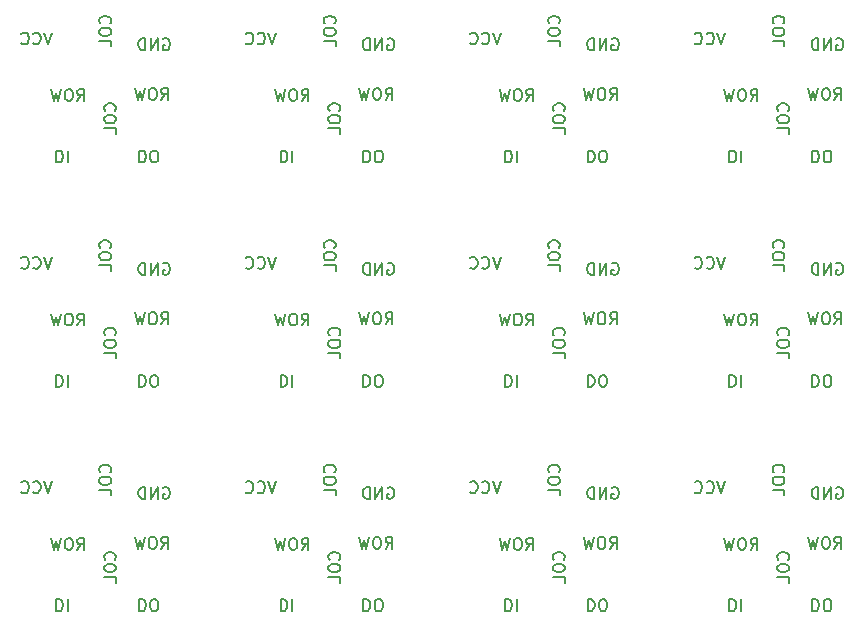
<source format=gbr>
%TF.GenerationSoftware,KiCad,Pcbnew,(5.1.9-0-10_14)*%
%TF.CreationDate,2021-09-25T06:11:46-07:00*%
%TF.ProjectId,MX-KEY-SWITCH-BOARD,4d582d4b-4559-42d5-9357-495443482d42,rev?*%
%TF.SameCoordinates,Original*%
%TF.FileFunction,Legend,Bot*%
%TF.FilePolarity,Positive*%
%FSLAX46Y46*%
G04 Gerber Fmt 4.6, Leading zero omitted, Abs format (unit mm)*
G04 Created by KiCad (PCBNEW (5.1.9-0-10_14)) date 2021-09-25 06:11:46*
%MOMM*%
%LPD*%
G01*
G04 APERTURE LIST*
%ADD10C,0.150000*%
G04 APERTURE END LIST*
D10*
X51933333Y-34452380D02*
X51600000Y-35452380D01*
X51266666Y-34452380D01*
X50361904Y-35357142D02*
X50409523Y-35404761D01*
X50552380Y-35452380D01*
X50647619Y-35452380D01*
X50790476Y-35404761D01*
X50885714Y-35309523D01*
X50933333Y-35214285D01*
X50980952Y-35023809D01*
X50980952Y-34880952D01*
X50933333Y-34690476D01*
X50885714Y-34595238D01*
X50790476Y-34500000D01*
X50647619Y-34452380D01*
X50552380Y-34452380D01*
X50409523Y-34500000D01*
X50361904Y-34547619D01*
X49361904Y-35357142D02*
X49409523Y-35404761D01*
X49552380Y-35452380D01*
X49647619Y-35452380D01*
X49790476Y-35404761D01*
X49885714Y-35309523D01*
X49933333Y-35214285D01*
X49980952Y-35023809D01*
X49980952Y-34880952D01*
X49933333Y-34690476D01*
X49885714Y-34595238D01*
X49790476Y-34500000D01*
X49647619Y-34452380D01*
X49552380Y-34452380D01*
X49409523Y-34500000D01*
X49361904Y-34547619D01*
X56857142Y-33680952D02*
X56904761Y-33633333D01*
X56952380Y-33490476D01*
X56952380Y-33395238D01*
X56904761Y-33252380D01*
X56809523Y-33157142D01*
X56714285Y-33109523D01*
X56523809Y-33061904D01*
X56380952Y-33061904D01*
X56190476Y-33109523D01*
X56095238Y-33157142D01*
X56000000Y-33252380D01*
X55952380Y-33395238D01*
X55952380Y-33490476D01*
X56000000Y-33633333D01*
X56047619Y-33680952D01*
X55952380Y-34300000D02*
X55952380Y-34490476D01*
X56000000Y-34585714D01*
X56095238Y-34680952D01*
X56285714Y-34728571D01*
X56619047Y-34728571D01*
X56809523Y-34680952D01*
X56904761Y-34585714D01*
X56952380Y-34490476D01*
X56952380Y-34300000D01*
X56904761Y-34204761D01*
X56809523Y-34109523D01*
X56619047Y-34061904D01*
X56285714Y-34061904D01*
X56095238Y-34109523D01*
X56000000Y-34204761D01*
X55952380Y-34300000D01*
X56952380Y-35633333D02*
X56952380Y-35157142D01*
X55952380Y-35157142D01*
X61361904Y-35000000D02*
X61457142Y-34952380D01*
X61600000Y-34952380D01*
X61742857Y-35000000D01*
X61838095Y-35095238D01*
X61885714Y-35190476D01*
X61933333Y-35380952D01*
X61933333Y-35523809D01*
X61885714Y-35714285D01*
X61838095Y-35809523D01*
X61742857Y-35904761D01*
X61600000Y-35952380D01*
X61504761Y-35952380D01*
X61361904Y-35904761D01*
X61314285Y-35857142D01*
X61314285Y-35523809D01*
X61504761Y-35523809D01*
X60885714Y-35952380D02*
X60885714Y-34952380D01*
X60314285Y-35952380D01*
X60314285Y-34952380D01*
X59838095Y-35952380D02*
X59838095Y-34952380D01*
X59600000Y-34952380D01*
X59457142Y-35000000D01*
X59361904Y-35095238D01*
X59314285Y-35190476D01*
X59266666Y-35380952D01*
X59266666Y-35523809D01*
X59314285Y-35714285D01*
X59361904Y-35809523D01*
X59457142Y-35904761D01*
X59600000Y-35952380D01*
X59838095Y-35952380D01*
X61185714Y-40152380D02*
X61519047Y-39676190D01*
X61757142Y-40152380D02*
X61757142Y-39152380D01*
X61376190Y-39152380D01*
X61280952Y-39200000D01*
X61233333Y-39247619D01*
X61185714Y-39342857D01*
X61185714Y-39485714D01*
X61233333Y-39580952D01*
X61280952Y-39628571D01*
X61376190Y-39676190D01*
X61757142Y-39676190D01*
X60566666Y-39152380D02*
X60376190Y-39152380D01*
X60280952Y-39200000D01*
X60185714Y-39295238D01*
X60138095Y-39485714D01*
X60138095Y-39819047D01*
X60185714Y-40009523D01*
X60280952Y-40104761D01*
X60376190Y-40152380D01*
X60566666Y-40152380D01*
X60661904Y-40104761D01*
X60757142Y-40009523D01*
X60804761Y-39819047D01*
X60804761Y-39485714D01*
X60757142Y-39295238D01*
X60661904Y-39200000D01*
X60566666Y-39152380D01*
X59804761Y-39152380D02*
X59566666Y-40152380D01*
X59376190Y-39438095D01*
X59185714Y-40152380D01*
X58947619Y-39152380D01*
X54085714Y-40252380D02*
X54419047Y-39776190D01*
X54657142Y-40252380D02*
X54657142Y-39252380D01*
X54276190Y-39252380D01*
X54180952Y-39300000D01*
X54133333Y-39347619D01*
X54085714Y-39442857D01*
X54085714Y-39585714D01*
X54133333Y-39680952D01*
X54180952Y-39728571D01*
X54276190Y-39776190D01*
X54657142Y-39776190D01*
X53466666Y-39252380D02*
X53276190Y-39252380D01*
X53180952Y-39300000D01*
X53085714Y-39395238D01*
X53038095Y-39585714D01*
X53038095Y-39919047D01*
X53085714Y-40109523D01*
X53180952Y-40204761D01*
X53276190Y-40252380D01*
X53466666Y-40252380D01*
X53561904Y-40204761D01*
X53657142Y-40109523D01*
X53704761Y-39919047D01*
X53704761Y-39585714D01*
X53657142Y-39395238D01*
X53561904Y-39300000D01*
X53466666Y-39252380D01*
X52704761Y-39252380D02*
X52466666Y-40252380D01*
X52276190Y-39538095D01*
X52085714Y-40252380D01*
X51847619Y-39252380D01*
X57257142Y-41080952D02*
X57304761Y-41033333D01*
X57352380Y-40890476D01*
X57352380Y-40795238D01*
X57304761Y-40652380D01*
X57209523Y-40557142D01*
X57114285Y-40509523D01*
X56923809Y-40461904D01*
X56780952Y-40461904D01*
X56590476Y-40509523D01*
X56495238Y-40557142D01*
X56400000Y-40652380D01*
X56352380Y-40795238D01*
X56352380Y-40890476D01*
X56400000Y-41033333D01*
X56447619Y-41080952D01*
X56352380Y-41700000D02*
X56352380Y-41890476D01*
X56400000Y-41985714D01*
X56495238Y-42080952D01*
X56685714Y-42128571D01*
X57019047Y-42128571D01*
X57209523Y-42080952D01*
X57304761Y-41985714D01*
X57352380Y-41890476D01*
X57352380Y-41700000D01*
X57304761Y-41604761D01*
X57209523Y-41509523D01*
X57019047Y-41461904D01*
X56685714Y-41461904D01*
X56495238Y-41509523D01*
X56400000Y-41604761D01*
X56352380Y-41700000D01*
X57352380Y-43033333D02*
X57352380Y-42557142D01*
X56352380Y-42557142D01*
X52300000Y-44447619D02*
X52300000Y-45447619D01*
X52538095Y-45447619D01*
X52680952Y-45400000D01*
X52776190Y-45304761D01*
X52823809Y-45209523D01*
X52871428Y-45019047D01*
X52871428Y-44876190D01*
X52823809Y-44685714D01*
X52776190Y-44590476D01*
X52680952Y-44495238D01*
X52538095Y-44447619D01*
X52300000Y-44447619D01*
X53300000Y-44447619D02*
X53300000Y-45447619D01*
X59314285Y-44447619D02*
X59314285Y-45447619D01*
X59552380Y-45447619D01*
X59695238Y-45400000D01*
X59790476Y-45304761D01*
X59838095Y-45209523D01*
X59885714Y-45019047D01*
X59885714Y-44876190D01*
X59838095Y-44685714D01*
X59790476Y-44590476D01*
X59695238Y-44495238D01*
X59552380Y-44447619D01*
X59314285Y-44447619D01*
X60504761Y-45447619D02*
X60695238Y-45447619D01*
X60790476Y-45400000D01*
X60885714Y-45304761D01*
X60933333Y-45114285D01*
X60933333Y-44780952D01*
X60885714Y-44590476D01*
X60790476Y-44495238D01*
X60695238Y-44447619D01*
X60504761Y-44447619D01*
X60409523Y-44495238D01*
X60314285Y-44590476D01*
X60266666Y-44780952D01*
X60266666Y-45114285D01*
X60314285Y-45304761D01*
X60409523Y-45400000D01*
X60504761Y-45447619D01*
X32933333Y-34452380D02*
X32600000Y-35452380D01*
X32266666Y-34452380D01*
X31361904Y-35357142D02*
X31409523Y-35404761D01*
X31552380Y-35452380D01*
X31647619Y-35452380D01*
X31790476Y-35404761D01*
X31885714Y-35309523D01*
X31933333Y-35214285D01*
X31980952Y-35023809D01*
X31980952Y-34880952D01*
X31933333Y-34690476D01*
X31885714Y-34595238D01*
X31790476Y-34500000D01*
X31647619Y-34452380D01*
X31552380Y-34452380D01*
X31409523Y-34500000D01*
X31361904Y-34547619D01*
X30361904Y-35357142D02*
X30409523Y-35404761D01*
X30552380Y-35452380D01*
X30647619Y-35452380D01*
X30790476Y-35404761D01*
X30885714Y-35309523D01*
X30933333Y-35214285D01*
X30980952Y-35023809D01*
X30980952Y-34880952D01*
X30933333Y-34690476D01*
X30885714Y-34595238D01*
X30790476Y-34500000D01*
X30647619Y-34452380D01*
X30552380Y-34452380D01*
X30409523Y-34500000D01*
X30361904Y-34547619D01*
X37857142Y-33680952D02*
X37904761Y-33633333D01*
X37952380Y-33490476D01*
X37952380Y-33395238D01*
X37904761Y-33252380D01*
X37809523Y-33157142D01*
X37714285Y-33109523D01*
X37523809Y-33061904D01*
X37380952Y-33061904D01*
X37190476Y-33109523D01*
X37095238Y-33157142D01*
X37000000Y-33252380D01*
X36952380Y-33395238D01*
X36952380Y-33490476D01*
X37000000Y-33633333D01*
X37047619Y-33680952D01*
X36952380Y-34300000D02*
X36952380Y-34490476D01*
X37000000Y-34585714D01*
X37095238Y-34680952D01*
X37285714Y-34728571D01*
X37619047Y-34728571D01*
X37809523Y-34680952D01*
X37904761Y-34585714D01*
X37952380Y-34490476D01*
X37952380Y-34300000D01*
X37904761Y-34204761D01*
X37809523Y-34109523D01*
X37619047Y-34061904D01*
X37285714Y-34061904D01*
X37095238Y-34109523D01*
X37000000Y-34204761D01*
X36952380Y-34300000D01*
X37952380Y-35633333D02*
X37952380Y-35157142D01*
X36952380Y-35157142D01*
X42361904Y-35000000D02*
X42457142Y-34952380D01*
X42600000Y-34952380D01*
X42742857Y-35000000D01*
X42838095Y-35095238D01*
X42885714Y-35190476D01*
X42933333Y-35380952D01*
X42933333Y-35523809D01*
X42885714Y-35714285D01*
X42838095Y-35809523D01*
X42742857Y-35904761D01*
X42600000Y-35952380D01*
X42504761Y-35952380D01*
X42361904Y-35904761D01*
X42314285Y-35857142D01*
X42314285Y-35523809D01*
X42504761Y-35523809D01*
X41885714Y-35952380D02*
X41885714Y-34952380D01*
X41314285Y-35952380D01*
X41314285Y-34952380D01*
X40838095Y-35952380D02*
X40838095Y-34952380D01*
X40600000Y-34952380D01*
X40457142Y-35000000D01*
X40361904Y-35095238D01*
X40314285Y-35190476D01*
X40266666Y-35380952D01*
X40266666Y-35523809D01*
X40314285Y-35714285D01*
X40361904Y-35809523D01*
X40457142Y-35904761D01*
X40600000Y-35952380D01*
X40838095Y-35952380D01*
X42185714Y-40152380D02*
X42519047Y-39676190D01*
X42757142Y-40152380D02*
X42757142Y-39152380D01*
X42376190Y-39152380D01*
X42280952Y-39200000D01*
X42233333Y-39247619D01*
X42185714Y-39342857D01*
X42185714Y-39485714D01*
X42233333Y-39580952D01*
X42280952Y-39628571D01*
X42376190Y-39676190D01*
X42757142Y-39676190D01*
X41566666Y-39152380D02*
X41376190Y-39152380D01*
X41280952Y-39200000D01*
X41185714Y-39295238D01*
X41138095Y-39485714D01*
X41138095Y-39819047D01*
X41185714Y-40009523D01*
X41280952Y-40104761D01*
X41376190Y-40152380D01*
X41566666Y-40152380D01*
X41661904Y-40104761D01*
X41757142Y-40009523D01*
X41804761Y-39819047D01*
X41804761Y-39485714D01*
X41757142Y-39295238D01*
X41661904Y-39200000D01*
X41566666Y-39152380D01*
X40804761Y-39152380D02*
X40566666Y-40152380D01*
X40376190Y-39438095D01*
X40185714Y-40152380D01*
X39947619Y-39152380D01*
X35085714Y-40252380D02*
X35419047Y-39776190D01*
X35657142Y-40252380D02*
X35657142Y-39252380D01*
X35276190Y-39252380D01*
X35180952Y-39300000D01*
X35133333Y-39347619D01*
X35085714Y-39442857D01*
X35085714Y-39585714D01*
X35133333Y-39680952D01*
X35180952Y-39728571D01*
X35276190Y-39776190D01*
X35657142Y-39776190D01*
X34466666Y-39252380D02*
X34276190Y-39252380D01*
X34180952Y-39300000D01*
X34085714Y-39395238D01*
X34038095Y-39585714D01*
X34038095Y-39919047D01*
X34085714Y-40109523D01*
X34180952Y-40204761D01*
X34276190Y-40252380D01*
X34466666Y-40252380D01*
X34561904Y-40204761D01*
X34657142Y-40109523D01*
X34704761Y-39919047D01*
X34704761Y-39585714D01*
X34657142Y-39395238D01*
X34561904Y-39300000D01*
X34466666Y-39252380D01*
X33704761Y-39252380D02*
X33466666Y-40252380D01*
X33276190Y-39538095D01*
X33085714Y-40252380D01*
X32847619Y-39252380D01*
X38257142Y-41080952D02*
X38304761Y-41033333D01*
X38352380Y-40890476D01*
X38352380Y-40795238D01*
X38304761Y-40652380D01*
X38209523Y-40557142D01*
X38114285Y-40509523D01*
X37923809Y-40461904D01*
X37780952Y-40461904D01*
X37590476Y-40509523D01*
X37495238Y-40557142D01*
X37400000Y-40652380D01*
X37352380Y-40795238D01*
X37352380Y-40890476D01*
X37400000Y-41033333D01*
X37447619Y-41080952D01*
X37352380Y-41700000D02*
X37352380Y-41890476D01*
X37400000Y-41985714D01*
X37495238Y-42080952D01*
X37685714Y-42128571D01*
X38019047Y-42128571D01*
X38209523Y-42080952D01*
X38304761Y-41985714D01*
X38352380Y-41890476D01*
X38352380Y-41700000D01*
X38304761Y-41604761D01*
X38209523Y-41509523D01*
X38019047Y-41461904D01*
X37685714Y-41461904D01*
X37495238Y-41509523D01*
X37400000Y-41604761D01*
X37352380Y-41700000D01*
X38352380Y-43033333D02*
X38352380Y-42557142D01*
X37352380Y-42557142D01*
X33300000Y-44447619D02*
X33300000Y-45447619D01*
X33538095Y-45447619D01*
X33680952Y-45400000D01*
X33776190Y-45304761D01*
X33823809Y-45209523D01*
X33871428Y-45019047D01*
X33871428Y-44876190D01*
X33823809Y-44685714D01*
X33776190Y-44590476D01*
X33680952Y-44495238D01*
X33538095Y-44447619D01*
X33300000Y-44447619D01*
X34300000Y-44447619D02*
X34300000Y-45447619D01*
X40314285Y-44447619D02*
X40314285Y-45447619D01*
X40552380Y-45447619D01*
X40695238Y-45400000D01*
X40790476Y-45304761D01*
X40838095Y-45209523D01*
X40885714Y-45019047D01*
X40885714Y-44876190D01*
X40838095Y-44685714D01*
X40790476Y-44590476D01*
X40695238Y-44495238D01*
X40552380Y-44447619D01*
X40314285Y-44447619D01*
X41504761Y-45447619D02*
X41695238Y-45447619D01*
X41790476Y-45400000D01*
X41885714Y-45304761D01*
X41933333Y-45114285D01*
X41933333Y-44780952D01*
X41885714Y-44590476D01*
X41790476Y-44495238D01*
X41695238Y-44447619D01*
X41504761Y-44447619D01*
X41409523Y-44495238D01*
X41314285Y-44590476D01*
X41266666Y-44780952D01*
X41266666Y-45114285D01*
X41314285Y-45304761D01*
X41409523Y-45400000D01*
X41504761Y-45447619D01*
X13933333Y-34452380D02*
X13600000Y-35452380D01*
X13266666Y-34452380D01*
X12361904Y-35357142D02*
X12409523Y-35404761D01*
X12552380Y-35452380D01*
X12647619Y-35452380D01*
X12790476Y-35404761D01*
X12885714Y-35309523D01*
X12933333Y-35214285D01*
X12980952Y-35023809D01*
X12980952Y-34880952D01*
X12933333Y-34690476D01*
X12885714Y-34595238D01*
X12790476Y-34500000D01*
X12647619Y-34452380D01*
X12552380Y-34452380D01*
X12409523Y-34500000D01*
X12361904Y-34547619D01*
X11361904Y-35357142D02*
X11409523Y-35404761D01*
X11552380Y-35452380D01*
X11647619Y-35452380D01*
X11790476Y-35404761D01*
X11885714Y-35309523D01*
X11933333Y-35214285D01*
X11980952Y-35023809D01*
X11980952Y-34880952D01*
X11933333Y-34690476D01*
X11885714Y-34595238D01*
X11790476Y-34500000D01*
X11647619Y-34452380D01*
X11552380Y-34452380D01*
X11409523Y-34500000D01*
X11361904Y-34547619D01*
X18857142Y-33680952D02*
X18904761Y-33633333D01*
X18952380Y-33490476D01*
X18952380Y-33395238D01*
X18904761Y-33252380D01*
X18809523Y-33157142D01*
X18714285Y-33109523D01*
X18523809Y-33061904D01*
X18380952Y-33061904D01*
X18190476Y-33109523D01*
X18095238Y-33157142D01*
X18000000Y-33252380D01*
X17952380Y-33395238D01*
X17952380Y-33490476D01*
X18000000Y-33633333D01*
X18047619Y-33680952D01*
X17952380Y-34300000D02*
X17952380Y-34490476D01*
X18000000Y-34585714D01*
X18095238Y-34680952D01*
X18285714Y-34728571D01*
X18619047Y-34728571D01*
X18809523Y-34680952D01*
X18904761Y-34585714D01*
X18952380Y-34490476D01*
X18952380Y-34300000D01*
X18904761Y-34204761D01*
X18809523Y-34109523D01*
X18619047Y-34061904D01*
X18285714Y-34061904D01*
X18095238Y-34109523D01*
X18000000Y-34204761D01*
X17952380Y-34300000D01*
X18952380Y-35633333D02*
X18952380Y-35157142D01*
X17952380Y-35157142D01*
X23361904Y-35000000D02*
X23457142Y-34952380D01*
X23600000Y-34952380D01*
X23742857Y-35000000D01*
X23838095Y-35095238D01*
X23885714Y-35190476D01*
X23933333Y-35380952D01*
X23933333Y-35523809D01*
X23885714Y-35714285D01*
X23838095Y-35809523D01*
X23742857Y-35904761D01*
X23600000Y-35952380D01*
X23504761Y-35952380D01*
X23361904Y-35904761D01*
X23314285Y-35857142D01*
X23314285Y-35523809D01*
X23504761Y-35523809D01*
X22885714Y-35952380D02*
X22885714Y-34952380D01*
X22314285Y-35952380D01*
X22314285Y-34952380D01*
X21838095Y-35952380D02*
X21838095Y-34952380D01*
X21600000Y-34952380D01*
X21457142Y-35000000D01*
X21361904Y-35095238D01*
X21314285Y-35190476D01*
X21266666Y-35380952D01*
X21266666Y-35523809D01*
X21314285Y-35714285D01*
X21361904Y-35809523D01*
X21457142Y-35904761D01*
X21600000Y-35952380D01*
X21838095Y-35952380D01*
X23185714Y-40152380D02*
X23519047Y-39676190D01*
X23757142Y-40152380D02*
X23757142Y-39152380D01*
X23376190Y-39152380D01*
X23280952Y-39200000D01*
X23233333Y-39247619D01*
X23185714Y-39342857D01*
X23185714Y-39485714D01*
X23233333Y-39580952D01*
X23280952Y-39628571D01*
X23376190Y-39676190D01*
X23757142Y-39676190D01*
X22566666Y-39152380D02*
X22376190Y-39152380D01*
X22280952Y-39200000D01*
X22185714Y-39295238D01*
X22138095Y-39485714D01*
X22138095Y-39819047D01*
X22185714Y-40009523D01*
X22280952Y-40104761D01*
X22376190Y-40152380D01*
X22566666Y-40152380D01*
X22661904Y-40104761D01*
X22757142Y-40009523D01*
X22804761Y-39819047D01*
X22804761Y-39485714D01*
X22757142Y-39295238D01*
X22661904Y-39200000D01*
X22566666Y-39152380D01*
X21804761Y-39152380D02*
X21566666Y-40152380D01*
X21376190Y-39438095D01*
X21185714Y-40152380D01*
X20947619Y-39152380D01*
X16085714Y-40252380D02*
X16419047Y-39776190D01*
X16657142Y-40252380D02*
X16657142Y-39252380D01*
X16276190Y-39252380D01*
X16180952Y-39300000D01*
X16133333Y-39347619D01*
X16085714Y-39442857D01*
X16085714Y-39585714D01*
X16133333Y-39680952D01*
X16180952Y-39728571D01*
X16276190Y-39776190D01*
X16657142Y-39776190D01*
X15466666Y-39252380D02*
X15276190Y-39252380D01*
X15180952Y-39300000D01*
X15085714Y-39395238D01*
X15038095Y-39585714D01*
X15038095Y-39919047D01*
X15085714Y-40109523D01*
X15180952Y-40204761D01*
X15276190Y-40252380D01*
X15466666Y-40252380D01*
X15561904Y-40204761D01*
X15657142Y-40109523D01*
X15704761Y-39919047D01*
X15704761Y-39585714D01*
X15657142Y-39395238D01*
X15561904Y-39300000D01*
X15466666Y-39252380D01*
X14704761Y-39252380D02*
X14466666Y-40252380D01*
X14276190Y-39538095D01*
X14085714Y-40252380D01*
X13847619Y-39252380D01*
X19257142Y-41080952D02*
X19304761Y-41033333D01*
X19352380Y-40890476D01*
X19352380Y-40795238D01*
X19304761Y-40652380D01*
X19209523Y-40557142D01*
X19114285Y-40509523D01*
X18923809Y-40461904D01*
X18780952Y-40461904D01*
X18590476Y-40509523D01*
X18495238Y-40557142D01*
X18400000Y-40652380D01*
X18352380Y-40795238D01*
X18352380Y-40890476D01*
X18400000Y-41033333D01*
X18447619Y-41080952D01*
X18352380Y-41700000D02*
X18352380Y-41890476D01*
X18400000Y-41985714D01*
X18495238Y-42080952D01*
X18685714Y-42128571D01*
X19019047Y-42128571D01*
X19209523Y-42080952D01*
X19304761Y-41985714D01*
X19352380Y-41890476D01*
X19352380Y-41700000D01*
X19304761Y-41604761D01*
X19209523Y-41509523D01*
X19019047Y-41461904D01*
X18685714Y-41461904D01*
X18495238Y-41509523D01*
X18400000Y-41604761D01*
X18352380Y-41700000D01*
X19352380Y-43033333D02*
X19352380Y-42557142D01*
X18352380Y-42557142D01*
X14300000Y-44447619D02*
X14300000Y-45447619D01*
X14538095Y-45447619D01*
X14680952Y-45400000D01*
X14776190Y-45304761D01*
X14823809Y-45209523D01*
X14871428Y-45019047D01*
X14871428Y-44876190D01*
X14823809Y-44685714D01*
X14776190Y-44590476D01*
X14680952Y-44495238D01*
X14538095Y-44447619D01*
X14300000Y-44447619D01*
X15300000Y-44447619D02*
X15300000Y-45447619D01*
X21314285Y-44447619D02*
X21314285Y-45447619D01*
X21552380Y-45447619D01*
X21695238Y-45400000D01*
X21790476Y-45304761D01*
X21838095Y-45209523D01*
X21885714Y-45019047D01*
X21885714Y-44876190D01*
X21838095Y-44685714D01*
X21790476Y-44590476D01*
X21695238Y-44495238D01*
X21552380Y-44447619D01*
X21314285Y-44447619D01*
X22504761Y-45447619D02*
X22695238Y-45447619D01*
X22790476Y-45400000D01*
X22885714Y-45304761D01*
X22933333Y-45114285D01*
X22933333Y-44780952D01*
X22885714Y-44590476D01*
X22790476Y-44495238D01*
X22695238Y-44447619D01*
X22504761Y-44447619D01*
X22409523Y-44495238D01*
X22314285Y-44590476D01*
X22266666Y-44780952D01*
X22266666Y-45114285D01*
X22314285Y-45304761D01*
X22409523Y-45400000D01*
X22504761Y-45447619D01*
X-5066666Y-34452380D02*
X-5400000Y-35452380D01*
X-5733333Y-34452380D01*
X-6638095Y-35357142D02*
X-6590476Y-35404761D01*
X-6447619Y-35452380D01*
X-6352380Y-35452380D01*
X-6209523Y-35404761D01*
X-6114285Y-35309523D01*
X-6066666Y-35214285D01*
X-6019047Y-35023809D01*
X-6019047Y-34880952D01*
X-6066666Y-34690476D01*
X-6114285Y-34595238D01*
X-6209523Y-34500000D01*
X-6352380Y-34452380D01*
X-6447619Y-34452380D01*
X-6590476Y-34500000D01*
X-6638095Y-34547619D01*
X-7638095Y-35357142D02*
X-7590476Y-35404761D01*
X-7447619Y-35452380D01*
X-7352380Y-35452380D01*
X-7209523Y-35404761D01*
X-7114285Y-35309523D01*
X-7066666Y-35214285D01*
X-7019047Y-35023809D01*
X-7019047Y-34880952D01*
X-7066666Y-34690476D01*
X-7114285Y-34595238D01*
X-7209523Y-34500000D01*
X-7352380Y-34452380D01*
X-7447619Y-34452380D01*
X-7590476Y-34500000D01*
X-7638095Y-34547619D01*
X-142857Y-33680952D02*
X-95238Y-33633333D01*
X-47619Y-33490476D01*
X-47619Y-33395238D01*
X-95238Y-33252380D01*
X-190476Y-33157142D01*
X-285714Y-33109523D01*
X-476190Y-33061904D01*
X-619047Y-33061904D01*
X-809523Y-33109523D01*
X-904761Y-33157142D01*
X-1000000Y-33252380D01*
X-1047619Y-33395238D01*
X-1047619Y-33490476D01*
X-1000000Y-33633333D01*
X-952380Y-33680952D01*
X-1047619Y-34300000D02*
X-1047619Y-34490476D01*
X-1000000Y-34585714D01*
X-904761Y-34680952D01*
X-714285Y-34728571D01*
X-380952Y-34728571D01*
X-190476Y-34680952D01*
X-95238Y-34585714D01*
X-47619Y-34490476D01*
X-47619Y-34300000D01*
X-95238Y-34204761D01*
X-190476Y-34109523D01*
X-380952Y-34061904D01*
X-714285Y-34061904D01*
X-904761Y-34109523D01*
X-1000000Y-34204761D01*
X-1047619Y-34300000D01*
X-47619Y-35633333D02*
X-47619Y-35157142D01*
X-1047619Y-35157142D01*
X4361904Y-35000000D02*
X4457142Y-34952380D01*
X4600000Y-34952380D01*
X4742857Y-35000000D01*
X4838095Y-35095238D01*
X4885714Y-35190476D01*
X4933333Y-35380952D01*
X4933333Y-35523809D01*
X4885714Y-35714285D01*
X4838095Y-35809523D01*
X4742857Y-35904761D01*
X4600000Y-35952380D01*
X4504761Y-35952380D01*
X4361904Y-35904761D01*
X4314285Y-35857142D01*
X4314285Y-35523809D01*
X4504761Y-35523809D01*
X3885714Y-35952380D02*
X3885714Y-34952380D01*
X3314285Y-35952380D01*
X3314285Y-34952380D01*
X2838095Y-35952380D02*
X2838095Y-34952380D01*
X2600000Y-34952380D01*
X2457142Y-35000000D01*
X2361904Y-35095238D01*
X2314285Y-35190476D01*
X2266666Y-35380952D01*
X2266666Y-35523809D01*
X2314285Y-35714285D01*
X2361904Y-35809523D01*
X2457142Y-35904761D01*
X2600000Y-35952380D01*
X2838095Y-35952380D01*
X4185714Y-40152380D02*
X4519047Y-39676190D01*
X4757142Y-40152380D02*
X4757142Y-39152380D01*
X4376190Y-39152380D01*
X4280952Y-39200000D01*
X4233333Y-39247619D01*
X4185714Y-39342857D01*
X4185714Y-39485714D01*
X4233333Y-39580952D01*
X4280952Y-39628571D01*
X4376190Y-39676190D01*
X4757142Y-39676190D01*
X3566666Y-39152380D02*
X3376190Y-39152380D01*
X3280952Y-39200000D01*
X3185714Y-39295238D01*
X3138095Y-39485714D01*
X3138095Y-39819047D01*
X3185714Y-40009523D01*
X3280952Y-40104761D01*
X3376190Y-40152380D01*
X3566666Y-40152380D01*
X3661904Y-40104761D01*
X3757142Y-40009523D01*
X3804761Y-39819047D01*
X3804761Y-39485714D01*
X3757142Y-39295238D01*
X3661904Y-39200000D01*
X3566666Y-39152380D01*
X2804761Y-39152380D02*
X2566666Y-40152380D01*
X2376190Y-39438095D01*
X2185714Y-40152380D01*
X1947619Y-39152380D01*
X-2914285Y-40252380D02*
X-2580952Y-39776190D01*
X-2342857Y-40252380D02*
X-2342857Y-39252380D01*
X-2723809Y-39252380D01*
X-2819047Y-39300000D01*
X-2866666Y-39347619D01*
X-2914285Y-39442857D01*
X-2914285Y-39585714D01*
X-2866666Y-39680952D01*
X-2819047Y-39728571D01*
X-2723809Y-39776190D01*
X-2342857Y-39776190D01*
X-3533333Y-39252380D02*
X-3723809Y-39252380D01*
X-3819047Y-39300000D01*
X-3914285Y-39395238D01*
X-3961904Y-39585714D01*
X-3961904Y-39919047D01*
X-3914285Y-40109523D01*
X-3819047Y-40204761D01*
X-3723809Y-40252380D01*
X-3533333Y-40252380D01*
X-3438095Y-40204761D01*
X-3342857Y-40109523D01*
X-3295238Y-39919047D01*
X-3295238Y-39585714D01*
X-3342857Y-39395238D01*
X-3438095Y-39300000D01*
X-3533333Y-39252380D01*
X-4295238Y-39252380D02*
X-4533333Y-40252380D01*
X-4723809Y-39538095D01*
X-4914285Y-40252380D01*
X-5152380Y-39252380D01*
X257142Y-41080952D02*
X304761Y-41033333D01*
X352380Y-40890476D01*
X352380Y-40795238D01*
X304761Y-40652380D01*
X209523Y-40557142D01*
X114285Y-40509523D01*
X-76190Y-40461904D01*
X-219047Y-40461904D01*
X-409523Y-40509523D01*
X-504761Y-40557142D01*
X-600000Y-40652380D01*
X-647619Y-40795238D01*
X-647619Y-40890476D01*
X-600000Y-41033333D01*
X-552380Y-41080952D01*
X-647619Y-41700000D02*
X-647619Y-41890476D01*
X-600000Y-41985714D01*
X-504761Y-42080952D01*
X-314285Y-42128571D01*
X19047Y-42128571D01*
X209523Y-42080952D01*
X304761Y-41985714D01*
X352380Y-41890476D01*
X352380Y-41700000D01*
X304761Y-41604761D01*
X209523Y-41509523D01*
X19047Y-41461904D01*
X-314285Y-41461904D01*
X-504761Y-41509523D01*
X-600000Y-41604761D01*
X-647619Y-41700000D01*
X352380Y-43033333D02*
X352380Y-42557142D01*
X-647619Y-42557142D01*
X-4700000Y-44447619D02*
X-4700000Y-45447619D01*
X-4461904Y-45447619D01*
X-4319047Y-45400000D01*
X-4223809Y-45304761D01*
X-4176190Y-45209523D01*
X-4128571Y-45019047D01*
X-4128571Y-44876190D01*
X-4176190Y-44685714D01*
X-4223809Y-44590476D01*
X-4319047Y-44495238D01*
X-4461904Y-44447619D01*
X-4700000Y-44447619D01*
X-3700000Y-44447619D02*
X-3700000Y-45447619D01*
X2314285Y-44447619D02*
X2314285Y-45447619D01*
X2552380Y-45447619D01*
X2695238Y-45400000D01*
X2790476Y-45304761D01*
X2838095Y-45209523D01*
X2885714Y-45019047D01*
X2885714Y-44876190D01*
X2838095Y-44685714D01*
X2790476Y-44590476D01*
X2695238Y-44495238D01*
X2552380Y-44447619D01*
X2314285Y-44447619D01*
X3504761Y-45447619D02*
X3695238Y-45447619D01*
X3790476Y-45400000D01*
X3885714Y-45304761D01*
X3933333Y-45114285D01*
X3933333Y-44780952D01*
X3885714Y-44590476D01*
X3790476Y-44495238D01*
X3695238Y-44447619D01*
X3504761Y-44447619D01*
X3409523Y-44495238D01*
X3314285Y-44590476D01*
X3266666Y-44780952D01*
X3266666Y-45114285D01*
X3314285Y-45304761D01*
X3409523Y-45400000D01*
X3504761Y-45447619D01*
X51933333Y-15452380D02*
X51600000Y-16452380D01*
X51266666Y-15452380D01*
X50361904Y-16357142D02*
X50409523Y-16404761D01*
X50552380Y-16452380D01*
X50647619Y-16452380D01*
X50790476Y-16404761D01*
X50885714Y-16309523D01*
X50933333Y-16214285D01*
X50980952Y-16023809D01*
X50980952Y-15880952D01*
X50933333Y-15690476D01*
X50885714Y-15595238D01*
X50790476Y-15500000D01*
X50647619Y-15452380D01*
X50552380Y-15452380D01*
X50409523Y-15500000D01*
X50361904Y-15547619D01*
X49361904Y-16357142D02*
X49409523Y-16404761D01*
X49552380Y-16452380D01*
X49647619Y-16452380D01*
X49790476Y-16404761D01*
X49885714Y-16309523D01*
X49933333Y-16214285D01*
X49980952Y-16023809D01*
X49980952Y-15880952D01*
X49933333Y-15690476D01*
X49885714Y-15595238D01*
X49790476Y-15500000D01*
X49647619Y-15452380D01*
X49552380Y-15452380D01*
X49409523Y-15500000D01*
X49361904Y-15547619D01*
X56857142Y-14680952D02*
X56904761Y-14633333D01*
X56952380Y-14490476D01*
X56952380Y-14395238D01*
X56904761Y-14252380D01*
X56809523Y-14157142D01*
X56714285Y-14109523D01*
X56523809Y-14061904D01*
X56380952Y-14061904D01*
X56190476Y-14109523D01*
X56095238Y-14157142D01*
X56000000Y-14252380D01*
X55952380Y-14395238D01*
X55952380Y-14490476D01*
X56000000Y-14633333D01*
X56047619Y-14680952D01*
X55952380Y-15300000D02*
X55952380Y-15490476D01*
X56000000Y-15585714D01*
X56095238Y-15680952D01*
X56285714Y-15728571D01*
X56619047Y-15728571D01*
X56809523Y-15680952D01*
X56904761Y-15585714D01*
X56952380Y-15490476D01*
X56952380Y-15300000D01*
X56904761Y-15204761D01*
X56809523Y-15109523D01*
X56619047Y-15061904D01*
X56285714Y-15061904D01*
X56095238Y-15109523D01*
X56000000Y-15204761D01*
X55952380Y-15300000D01*
X56952380Y-16633333D02*
X56952380Y-16157142D01*
X55952380Y-16157142D01*
X61361904Y-16000000D02*
X61457142Y-15952380D01*
X61600000Y-15952380D01*
X61742857Y-16000000D01*
X61838095Y-16095238D01*
X61885714Y-16190476D01*
X61933333Y-16380952D01*
X61933333Y-16523809D01*
X61885714Y-16714285D01*
X61838095Y-16809523D01*
X61742857Y-16904761D01*
X61600000Y-16952380D01*
X61504761Y-16952380D01*
X61361904Y-16904761D01*
X61314285Y-16857142D01*
X61314285Y-16523809D01*
X61504761Y-16523809D01*
X60885714Y-16952380D02*
X60885714Y-15952380D01*
X60314285Y-16952380D01*
X60314285Y-15952380D01*
X59838095Y-16952380D02*
X59838095Y-15952380D01*
X59600000Y-15952380D01*
X59457142Y-16000000D01*
X59361904Y-16095238D01*
X59314285Y-16190476D01*
X59266666Y-16380952D01*
X59266666Y-16523809D01*
X59314285Y-16714285D01*
X59361904Y-16809523D01*
X59457142Y-16904761D01*
X59600000Y-16952380D01*
X59838095Y-16952380D01*
X61185714Y-21152380D02*
X61519047Y-20676190D01*
X61757142Y-21152380D02*
X61757142Y-20152380D01*
X61376190Y-20152380D01*
X61280952Y-20200000D01*
X61233333Y-20247619D01*
X61185714Y-20342857D01*
X61185714Y-20485714D01*
X61233333Y-20580952D01*
X61280952Y-20628571D01*
X61376190Y-20676190D01*
X61757142Y-20676190D01*
X60566666Y-20152380D02*
X60376190Y-20152380D01*
X60280952Y-20200000D01*
X60185714Y-20295238D01*
X60138095Y-20485714D01*
X60138095Y-20819047D01*
X60185714Y-21009523D01*
X60280952Y-21104761D01*
X60376190Y-21152380D01*
X60566666Y-21152380D01*
X60661904Y-21104761D01*
X60757142Y-21009523D01*
X60804761Y-20819047D01*
X60804761Y-20485714D01*
X60757142Y-20295238D01*
X60661904Y-20200000D01*
X60566666Y-20152380D01*
X59804761Y-20152380D02*
X59566666Y-21152380D01*
X59376190Y-20438095D01*
X59185714Y-21152380D01*
X58947619Y-20152380D01*
X54085714Y-21252380D02*
X54419047Y-20776190D01*
X54657142Y-21252380D02*
X54657142Y-20252380D01*
X54276190Y-20252380D01*
X54180952Y-20300000D01*
X54133333Y-20347619D01*
X54085714Y-20442857D01*
X54085714Y-20585714D01*
X54133333Y-20680952D01*
X54180952Y-20728571D01*
X54276190Y-20776190D01*
X54657142Y-20776190D01*
X53466666Y-20252380D02*
X53276190Y-20252380D01*
X53180952Y-20300000D01*
X53085714Y-20395238D01*
X53038095Y-20585714D01*
X53038095Y-20919047D01*
X53085714Y-21109523D01*
X53180952Y-21204761D01*
X53276190Y-21252380D01*
X53466666Y-21252380D01*
X53561904Y-21204761D01*
X53657142Y-21109523D01*
X53704761Y-20919047D01*
X53704761Y-20585714D01*
X53657142Y-20395238D01*
X53561904Y-20300000D01*
X53466666Y-20252380D01*
X52704761Y-20252380D02*
X52466666Y-21252380D01*
X52276190Y-20538095D01*
X52085714Y-21252380D01*
X51847619Y-20252380D01*
X57257142Y-22080952D02*
X57304761Y-22033333D01*
X57352380Y-21890476D01*
X57352380Y-21795238D01*
X57304761Y-21652380D01*
X57209523Y-21557142D01*
X57114285Y-21509523D01*
X56923809Y-21461904D01*
X56780952Y-21461904D01*
X56590476Y-21509523D01*
X56495238Y-21557142D01*
X56400000Y-21652380D01*
X56352380Y-21795238D01*
X56352380Y-21890476D01*
X56400000Y-22033333D01*
X56447619Y-22080952D01*
X56352380Y-22700000D02*
X56352380Y-22890476D01*
X56400000Y-22985714D01*
X56495238Y-23080952D01*
X56685714Y-23128571D01*
X57019047Y-23128571D01*
X57209523Y-23080952D01*
X57304761Y-22985714D01*
X57352380Y-22890476D01*
X57352380Y-22700000D01*
X57304761Y-22604761D01*
X57209523Y-22509523D01*
X57019047Y-22461904D01*
X56685714Y-22461904D01*
X56495238Y-22509523D01*
X56400000Y-22604761D01*
X56352380Y-22700000D01*
X57352380Y-24033333D02*
X57352380Y-23557142D01*
X56352380Y-23557142D01*
X52300000Y-25447619D02*
X52300000Y-26447619D01*
X52538095Y-26447619D01*
X52680952Y-26400000D01*
X52776190Y-26304761D01*
X52823809Y-26209523D01*
X52871428Y-26019047D01*
X52871428Y-25876190D01*
X52823809Y-25685714D01*
X52776190Y-25590476D01*
X52680952Y-25495238D01*
X52538095Y-25447619D01*
X52300000Y-25447619D01*
X53300000Y-25447619D02*
X53300000Y-26447619D01*
X59314285Y-25447619D02*
X59314285Y-26447619D01*
X59552380Y-26447619D01*
X59695238Y-26400000D01*
X59790476Y-26304761D01*
X59838095Y-26209523D01*
X59885714Y-26019047D01*
X59885714Y-25876190D01*
X59838095Y-25685714D01*
X59790476Y-25590476D01*
X59695238Y-25495238D01*
X59552380Y-25447619D01*
X59314285Y-25447619D01*
X60504761Y-26447619D02*
X60695238Y-26447619D01*
X60790476Y-26400000D01*
X60885714Y-26304761D01*
X60933333Y-26114285D01*
X60933333Y-25780952D01*
X60885714Y-25590476D01*
X60790476Y-25495238D01*
X60695238Y-25447619D01*
X60504761Y-25447619D01*
X60409523Y-25495238D01*
X60314285Y-25590476D01*
X60266666Y-25780952D01*
X60266666Y-26114285D01*
X60314285Y-26304761D01*
X60409523Y-26400000D01*
X60504761Y-26447619D01*
X32933333Y-15452380D02*
X32600000Y-16452380D01*
X32266666Y-15452380D01*
X31361904Y-16357142D02*
X31409523Y-16404761D01*
X31552380Y-16452380D01*
X31647619Y-16452380D01*
X31790476Y-16404761D01*
X31885714Y-16309523D01*
X31933333Y-16214285D01*
X31980952Y-16023809D01*
X31980952Y-15880952D01*
X31933333Y-15690476D01*
X31885714Y-15595238D01*
X31790476Y-15500000D01*
X31647619Y-15452380D01*
X31552380Y-15452380D01*
X31409523Y-15500000D01*
X31361904Y-15547619D01*
X30361904Y-16357142D02*
X30409523Y-16404761D01*
X30552380Y-16452380D01*
X30647619Y-16452380D01*
X30790476Y-16404761D01*
X30885714Y-16309523D01*
X30933333Y-16214285D01*
X30980952Y-16023809D01*
X30980952Y-15880952D01*
X30933333Y-15690476D01*
X30885714Y-15595238D01*
X30790476Y-15500000D01*
X30647619Y-15452380D01*
X30552380Y-15452380D01*
X30409523Y-15500000D01*
X30361904Y-15547619D01*
X37857142Y-14680952D02*
X37904761Y-14633333D01*
X37952380Y-14490476D01*
X37952380Y-14395238D01*
X37904761Y-14252380D01*
X37809523Y-14157142D01*
X37714285Y-14109523D01*
X37523809Y-14061904D01*
X37380952Y-14061904D01*
X37190476Y-14109523D01*
X37095238Y-14157142D01*
X37000000Y-14252380D01*
X36952380Y-14395238D01*
X36952380Y-14490476D01*
X37000000Y-14633333D01*
X37047619Y-14680952D01*
X36952380Y-15300000D02*
X36952380Y-15490476D01*
X37000000Y-15585714D01*
X37095238Y-15680952D01*
X37285714Y-15728571D01*
X37619047Y-15728571D01*
X37809523Y-15680952D01*
X37904761Y-15585714D01*
X37952380Y-15490476D01*
X37952380Y-15300000D01*
X37904761Y-15204761D01*
X37809523Y-15109523D01*
X37619047Y-15061904D01*
X37285714Y-15061904D01*
X37095238Y-15109523D01*
X37000000Y-15204761D01*
X36952380Y-15300000D01*
X37952380Y-16633333D02*
X37952380Y-16157142D01*
X36952380Y-16157142D01*
X42361904Y-16000000D02*
X42457142Y-15952380D01*
X42600000Y-15952380D01*
X42742857Y-16000000D01*
X42838095Y-16095238D01*
X42885714Y-16190476D01*
X42933333Y-16380952D01*
X42933333Y-16523809D01*
X42885714Y-16714285D01*
X42838095Y-16809523D01*
X42742857Y-16904761D01*
X42600000Y-16952380D01*
X42504761Y-16952380D01*
X42361904Y-16904761D01*
X42314285Y-16857142D01*
X42314285Y-16523809D01*
X42504761Y-16523809D01*
X41885714Y-16952380D02*
X41885714Y-15952380D01*
X41314285Y-16952380D01*
X41314285Y-15952380D01*
X40838095Y-16952380D02*
X40838095Y-15952380D01*
X40600000Y-15952380D01*
X40457142Y-16000000D01*
X40361904Y-16095238D01*
X40314285Y-16190476D01*
X40266666Y-16380952D01*
X40266666Y-16523809D01*
X40314285Y-16714285D01*
X40361904Y-16809523D01*
X40457142Y-16904761D01*
X40600000Y-16952380D01*
X40838095Y-16952380D01*
X42185714Y-21152380D02*
X42519047Y-20676190D01*
X42757142Y-21152380D02*
X42757142Y-20152380D01*
X42376190Y-20152380D01*
X42280952Y-20200000D01*
X42233333Y-20247619D01*
X42185714Y-20342857D01*
X42185714Y-20485714D01*
X42233333Y-20580952D01*
X42280952Y-20628571D01*
X42376190Y-20676190D01*
X42757142Y-20676190D01*
X41566666Y-20152380D02*
X41376190Y-20152380D01*
X41280952Y-20200000D01*
X41185714Y-20295238D01*
X41138095Y-20485714D01*
X41138095Y-20819047D01*
X41185714Y-21009523D01*
X41280952Y-21104761D01*
X41376190Y-21152380D01*
X41566666Y-21152380D01*
X41661904Y-21104761D01*
X41757142Y-21009523D01*
X41804761Y-20819047D01*
X41804761Y-20485714D01*
X41757142Y-20295238D01*
X41661904Y-20200000D01*
X41566666Y-20152380D01*
X40804761Y-20152380D02*
X40566666Y-21152380D01*
X40376190Y-20438095D01*
X40185714Y-21152380D01*
X39947619Y-20152380D01*
X35085714Y-21252380D02*
X35419047Y-20776190D01*
X35657142Y-21252380D02*
X35657142Y-20252380D01*
X35276190Y-20252380D01*
X35180952Y-20300000D01*
X35133333Y-20347619D01*
X35085714Y-20442857D01*
X35085714Y-20585714D01*
X35133333Y-20680952D01*
X35180952Y-20728571D01*
X35276190Y-20776190D01*
X35657142Y-20776190D01*
X34466666Y-20252380D02*
X34276190Y-20252380D01*
X34180952Y-20300000D01*
X34085714Y-20395238D01*
X34038095Y-20585714D01*
X34038095Y-20919047D01*
X34085714Y-21109523D01*
X34180952Y-21204761D01*
X34276190Y-21252380D01*
X34466666Y-21252380D01*
X34561904Y-21204761D01*
X34657142Y-21109523D01*
X34704761Y-20919047D01*
X34704761Y-20585714D01*
X34657142Y-20395238D01*
X34561904Y-20300000D01*
X34466666Y-20252380D01*
X33704761Y-20252380D02*
X33466666Y-21252380D01*
X33276190Y-20538095D01*
X33085714Y-21252380D01*
X32847619Y-20252380D01*
X38257142Y-22080952D02*
X38304761Y-22033333D01*
X38352380Y-21890476D01*
X38352380Y-21795238D01*
X38304761Y-21652380D01*
X38209523Y-21557142D01*
X38114285Y-21509523D01*
X37923809Y-21461904D01*
X37780952Y-21461904D01*
X37590476Y-21509523D01*
X37495238Y-21557142D01*
X37400000Y-21652380D01*
X37352380Y-21795238D01*
X37352380Y-21890476D01*
X37400000Y-22033333D01*
X37447619Y-22080952D01*
X37352380Y-22700000D02*
X37352380Y-22890476D01*
X37400000Y-22985714D01*
X37495238Y-23080952D01*
X37685714Y-23128571D01*
X38019047Y-23128571D01*
X38209523Y-23080952D01*
X38304761Y-22985714D01*
X38352380Y-22890476D01*
X38352380Y-22700000D01*
X38304761Y-22604761D01*
X38209523Y-22509523D01*
X38019047Y-22461904D01*
X37685714Y-22461904D01*
X37495238Y-22509523D01*
X37400000Y-22604761D01*
X37352380Y-22700000D01*
X38352380Y-24033333D02*
X38352380Y-23557142D01*
X37352380Y-23557142D01*
X33300000Y-25447619D02*
X33300000Y-26447619D01*
X33538095Y-26447619D01*
X33680952Y-26400000D01*
X33776190Y-26304761D01*
X33823809Y-26209523D01*
X33871428Y-26019047D01*
X33871428Y-25876190D01*
X33823809Y-25685714D01*
X33776190Y-25590476D01*
X33680952Y-25495238D01*
X33538095Y-25447619D01*
X33300000Y-25447619D01*
X34300000Y-25447619D02*
X34300000Y-26447619D01*
X40314285Y-25447619D02*
X40314285Y-26447619D01*
X40552380Y-26447619D01*
X40695238Y-26400000D01*
X40790476Y-26304761D01*
X40838095Y-26209523D01*
X40885714Y-26019047D01*
X40885714Y-25876190D01*
X40838095Y-25685714D01*
X40790476Y-25590476D01*
X40695238Y-25495238D01*
X40552380Y-25447619D01*
X40314285Y-25447619D01*
X41504761Y-26447619D02*
X41695238Y-26447619D01*
X41790476Y-26400000D01*
X41885714Y-26304761D01*
X41933333Y-26114285D01*
X41933333Y-25780952D01*
X41885714Y-25590476D01*
X41790476Y-25495238D01*
X41695238Y-25447619D01*
X41504761Y-25447619D01*
X41409523Y-25495238D01*
X41314285Y-25590476D01*
X41266666Y-25780952D01*
X41266666Y-26114285D01*
X41314285Y-26304761D01*
X41409523Y-26400000D01*
X41504761Y-26447619D01*
X13933333Y-15452380D02*
X13600000Y-16452380D01*
X13266666Y-15452380D01*
X12361904Y-16357142D02*
X12409523Y-16404761D01*
X12552380Y-16452380D01*
X12647619Y-16452380D01*
X12790476Y-16404761D01*
X12885714Y-16309523D01*
X12933333Y-16214285D01*
X12980952Y-16023809D01*
X12980952Y-15880952D01*
X12933333Y-15690476D01*
X12885714Y-15595238D01*
X12790476Y-15500000D01*
X12647619Y-15452380D01*
X12552380Y-15452380D01*
X12409523Y-15500000D01*
X12361904Y-15547619D01*
X11361904Y-16357142D02*
X11409523Y-16404761D01*
X11552380Y-16452380D01*
X11647619Y-16452380D01*
X11790476Y-16404761D01*
X11885714Y-16309523D01*
X11933333Y-16214285D01*
X11980952Y-16023809D01*
X11980952Y-15880952D01*
X11933333Y-15690476D01*
X11885714Y-15595238D01*
X11790476Y-15500000D01*
X11647619Y-15452380D01*
X11552380Y-15452380D01*
X11409523Y-15500000D01*
X11361904Y-15547619D01*
X18857142Y-14680952D02*
X18904761Y-14633333D01*
X18952380Y-14490476D01*
X18952380Y-14395238D01*
X18904761Y-14252380D01*
X18809523Y-14157142D01*
X18714285Y-14109523D01*
X18523809Y-14061904D01*
X18380952Y-14061904D01*
X18190476Y-14109523D01*
X18095238Y-14157142D01*
X18000000Y-14252380D01*
X17952380Y-14395238D01*
X17952380Y-14490476D01*
X18000000Y-14633333D01*
X18047619Y-14680952D01*
X17952380Y-15300000D02*
X17952380Y-15490476D01*
X18000000Y-15585714D01*
X18095238Y-15680952D01*
X18285714Y-15728571D01*
X18619047Y-15728571D01*
X18809523Y-15680952D01*
X18904761Y-15585714D01*
X18952380Y-15490476D01*
X18952380Y-15300000D01*
X18904761Y-15204761D01*
X18809523Y-15109523D01*
X18619047Y-15061904D01*
X18285714Y-15061904D01*
X18095238Y-15109523D01*
X18000000Y-15204761D01*
X17952380Y-15300000D01*
X18952380Y-16633333D02*
X18952380Y-16157142D01*
X17952380Y-16157142D01*
X23361904Y-16000000D02*
X23457142Y-15952380D01*
X23600000Y-15952380D01*
X23742857Y-16000000D01*
X23838095Y-16095238D01*
X23885714Y-16190476D01*
X23933333Y-16380952D01*
X23933333Y-16523809D01*
X23885714Y-16714285D01*
X23838095Y-16809523D01*
X23742857Y-16904761D01*
X23600000Y-16952380D01*
X23504761Y-16952380D01*
X23361904Y-16904761D01*
X23314285Y-16857142D01*
X23314285Y-16523809D01*
X23504761Y-16523809D01*
X22885714Y-16952380D02*
X22885714Y-15952380D01*
X22314285Y-16952380D01*
X22314285Y-15952380D01*
X21838095Y-16952380D02*
X21838095Y-15952380D01*
X21600000Y-15952380D01*
X21457142Y-16000000D01*
X21361904Y-16095238D01*
X21314285Y-16190476D01*
X21266666Y-16380952D01*
X21266666Y-16523809D01*
X21314285Y-16714285D01*
X21361904Y-16809523D01*
X21457142Y-16904761D01*
X21600000Y-16952380D01*
X21838095Y-16952380D01*
X23185714Y-21152380D02*
X23519047Y-20676190D01*
X23757142Y-21152380D02*
X23757142Y-20152380D01*
X23376190Y-20152380D01*
X23280952Y-20200000D01*
X23233333Y-20247619D01*
X23185714Y-20342857D01*
X23185714Y-20485714D01*
X23233333Y-20580952D01*
X23280952Y-20628571D01*
X23376190Y-20676190D01*
X23757142Y-20676190D01*
X22566666Y-20152380D02*
X22376190Y-20152380D01*
X22280952Y-20200000D01*
X22185714Y-20295238D01*
X22138095Y-20485714D01*
X22138095Y-20819047D01*
X22185714Y-21009523D01*
X22280952Y-21104761D01*
X22376190Y-21152380D01*
X22566666Y-21152380D01*
X22661904Y-21104761D01*
X22757142Y-21009523D01*
X22804761Y-20819047D01*
X22804761Y-20485714D01*
X22757142Y-20295238D01*
X22661904Y-20200000D01*
X22566666Y-20152380D01*
X21804761Y-20152380D02*
X21566666Y-21152380D01*
X21376190Y-20438095D01*
X21185714Y-21152380D01*
X20947619Y-20152380D01*
X16085714Y-21252380D02*
X16419047Y-20776190D01*
X16657142Y-21252380D02*
X16657142Y-20252380D01*
X16276190Y-20252380D01*
X16180952Y-20300000D01*
X16133333Y-20347619D01*
X16085714Y-20442857D01*
X16085714Y-20585714D01*
X16133333Y-20680952D01*
X16180952Y-20728571D01*
X16276190Y-20776190D01*
X16657142Y-20776190D01*
X15466666Y-20252380D02*
X15276190Y-20252380D01*
X15180952Y-20300000D01*
X15085714Y-20395238D01*
X15038095Y-20585714D01*
X15038095Y-20919047D01*
X15085714Y-21109523D01*
X15180952Y-21204761D01*
X15276190Y-21252380D01*
X15466666Y-21252380D01*
X15561904Y-21204761D01*
X15657142Y-21109523D01*
X15704761Y-20919047D01*
X15704761Y-20585714D01*
X15657142Y-20395238D01*
X15561904Y-20300000D01*
X15466666Y-20252380D01*
X14704761Y-20252380D02*
X14466666Y-21252380D01*
X14276190Y-20538095D01*
X14085714Y-21252380D01*
X13847619Y-20252380D01*
X19257142Y-22080952D02*
X19304761Y-22033333D01*
X19352380Y-21890476D01*
X19352380Y-21795238D01*
X19304761Y-21652380D01*
X19209523Y-21557142D01*
X19114285Y-21509523D01*
X18923809Y-21461904D01*
X18780952Y-21461904D01*
X18590476Y-21509523D01*
X18495238Y-21557142D01*
X18400000Y-21652380D01*
X18352380Y-21795238D01*
X18352380Y-21890476D01*
X18400000Y-22033333D01*
X18447619Y-22080952D01*
X18352380Y-22700000D02*
X18352380Y-22890476D01*
X18400000Y-22985714D01*
X18495238Y-23080952D01*
X18685714Y-23128571D01*
X19019047Y-23128571D01*
X19209523Y-23080952D01*
X19304761Y-22985714D01*
X19352380Y-22890476D01*
X19352380Y-22700000D01*
X19304761Y-22604761D01*
X19209523Y-22509523D01*
X19019047Y-22461904D01*
X18685714Y-22461904D01*
X18495238Y-22509523D01*
X18400000Y-22604761D01*
X18352380Y-22700000D01*
X19352380Y-24033333D02*
X19352380Y-23557142D01*
X18352380Y-23557142D01*
X14300000Y-25447619D02*
X14300000Y-26447619D01*
X14538095Y-26447619D01*
X14680952Y-26400000D01*
X14776190Y-26304761D01*
X14823809Y-26209523D01*
X14871428Y-26019047D01*
X14871428Y-25876190D01*
X14823809Y-25685714D01*
X14776190Y-25590476D01*
X14680952Y-25495238D01*
X14538095Y-25447619D01*
X14300000Y-25447619D01*
X15300000Y-25447619D02*
X15300000Y-26447619D01*
X21314285Y-25447619D02*
X21314285Y-26447619D01*
X21552380Y-26447619D01*
X21695238Y-26400000D01*
X21790476Y-26304761D01*
X21838095Y-26209523D01*
X21885714Y-26019047D01*
X21885714Y-25876190D01*
X21838095Y-25685714D01*
X21790476Y-25590476D01*
X21695238Y-25495238D01*
X21552380Y-25447619D01*
X21314285Y-25447619D01*
X22504761Y-26447619D02*
X22695238Y-26447619D01*
X22790476Y-26400000D01*
X22885714Y-26304761D01*
X22933333Y-26114285D01*
X22933333Y-25780952D01*
X22885714Y-25590476D01*
X22790476Y-25495238D01*
X22695238Y-25447619D01*
X22504761Y-25447619D01*
X22409523Y-25495238D01*
X22314285Y-25590476D01*
X22266666Y-25780952D01*
X22266666Y-26114285D01*
X22314285Y-26304761D01*
X22409523Y-26400000D01*
X22504761Y-26447619D01*
X-5066666Y-15452380D02*
X-5400000Y-16452380D01*
X-5733333Y-15452380D01*
X-6638095Y-16357142D02*
X-6590476Y-16404761D01*
X-6447619Y-16452380D01*
X-6352380Y-16452380D01*
X-6209523Y-16404761D01*
X-6114285Y-16309523D01*
X-6066666Y-16214285D01*
X-6019047Y-16023809D01*
X-6019047Y-15880952D01*
X-6066666Y-15690476D01*
X-6114285Y-15595238D01*
X-6209523Y-15500000D01*
X-6352380Y-15452380D01*
X-6447619Y-15452380D01*
X-6590476Y-15500000D01*
X-6638095Y-15547619D01*
X-7638095Y-16357142D02*
X-7590476Y-16404761D01*
X-7447619Y-16452380D01*
X-7352380Y-16452380D01*
X-7209523Y-16404761D01*
X-7114285Y-16309523D01*
X-7066666Y-16214285D01*
X-7019047Y-16023809D01*
X-7019047Y-15880952D01*
X-7066666Y-15690476D01*
X-7114285Y-15595238D01*
X-7209523Y-15500000D01*
X-7352380Y-15452380D01*
X-7447619Y-15452380D01*
X-7590476Y-15500000D01*
X-7638095Y-15547619D01*
X-142857Y-14680952D02*
X-95238Y-14633333D01*
X-47619Y-14490476D01*
X-47619Y-14395238D01*
X-95238Y-14252380D01*
X-190476Y-14157142D01*
X-285714Y-14109523D01*
X-476190Y-14061904D01*
X-619047Y-14061904D01*
X-809523Y-14109523D01*
X-904761Y-14157142D01*
X-1000000Y-14252380D01*
X-1047619Y-14395238D01*
X-1047619Y-14490476D01*
X-1000000Y-14633333D01*
X-952380Y-14680952D01*
X-1047619Y-15300000D02*
X-1047619Y-15490476D01*
X-1000000Y-15585714D01*
X-904761Y-15680952D01*
X-714285Y-15728571D01*
X-380952Y-15728571D01*
X-190476Y-15680952D01*
X-95238Y-15585714D01*
X-47619Y-15490476D01*
X-47619Y-15300000D01*
X-95238Y-15204761D01*
X-190476Y-15109523D01*
X-380952Y-15061904D01*
X-714285Y-15061904D01*
X-904761Y-15109523D01*
X-1000000Y-15204761D01*
X-1047619Y-15300000D01*
X-47619Y-16633333D02*
X-47619Y-16157142D01*
X-1047619Y-16157142D01*
X4361904Y-16000000D02*
X4457142Y-15952380D01*
X4600000Y-15952380D01*
X4742857Y-16000000D01*
X4838095Y-16095238D01*
X4885714Y-16190476D01*
X4933333Y-16380952D01*
X4933333Y-16523809D01*
X4885714Y-16714285D01*
X4838095Y-16809523D01*
X4742857Y-16904761D01*
X4600000Y-16952380D01*
X4504761Y-16952380D01*
X4361904Y-16904761D01*
X4314285Y-16857142D01*
X4314285Y-16523809D01*
X4504761Y-16523809D01*
X3885714Y-16952380D02*
X3885714Y-15952380D01*
X3314285Y-16952380D01*
X3314285Y-15952380D01*
X2838095Y-16952380D02*
X2838095Y-15952380D01*
X2600000Y-15952380D01*
X2457142Y-16000000D01*
X2361904Y-16095238D01*
X2314285Y-16190476D01*
X2266666Y-16380952D01*
X2266666Y-16523809D01*
X2314285Y-16714285D01*
X2361904Y-16809523D01*
X2457142Y-16904761D01*
X2600000Y-16952380D01*
X2838095Y-16952380D01*
X4185714Y-21152380D02*
X4519047Y-20676190D01*
X4757142Y-21152380D02*
X4757142Y-20152380D01*
X4376190Y-20152380D01*
X4280952Y-20200000D01*
X4233333Y-20247619D01*
X4185714Y-20342857D01*
X4185714Y-20485714D01*
X4233333Y-20580952D01*
X4280952Y-20628571D01*
X4376190Y-20676190D01*
X4757142Y-20676190D01*
X3566666Y-20152380D02*
X3376190Y-20152380D01*
X3280952Y-20200000D01*
X3185714Y-20295238D01*
X3138095Y-20485714D01*
X3138095Y-20819047D01*
X3185714Y-21009523D01*
X3280952Y-21104761D01*
X3376190Y-21152380D01*
X3566666Y-21152380D01*
X3661904Y-21104761D01*
X3757142Y-21009523D01*
X3804761Y-20819047D01*
X3804761Y-20485714D01*
X3757142Y-20295238D01*
X3661904Y-20200000D01*
X3566666Y-20152380D01*
X2804761Y-20152380D02*
X2566666Y-21152380D01*
X2376190Y-20438095D01*
X2185714Y-21152380D01*
X1947619Y-20152380D01*
X-2914285Y-21252380D02*
X-2580952Y-20776190D01*
X-2342857Y-21252380D02*
X-2342857Y-20252380D01*
X-2723809Y-20252380D01*
X-2819047Y-20300000D01*
X-2866666Y-20347619D01*
X-2914285Y-20442857D01*
X-2914285Y-20585714D01*
X-2866666Y-20680952D01*
X-2819047Y-20728571D01*
X-2723809Y-20776190D01*
X-2342857Y-20776190D01*
X-3533333Y-20252380D02*
X-3723809Y-20252380D01*
X-3819047Y-20300000D01*
X-3914285Y-20395238D01*
X-3961904Y-20585714D01*
X-3961904Y-20919047D01*
X-3914285Y-21109523D01*
X-3819047Y-21204761D01*
X-3723809Y-21252380D01*
X-3533333Y-21252380D01*
X-3438095Y-21204761D01*
X-3342857Y-21109523D01*
X-3295238Y-20919047D01*
X-3295238Y-20585714D01*
X-3342857Y-20395238D01*
X-3438095Y-20300000D01*
X-3533333Y-20252380D01*
X-4295238Y-20252380D02*
X-4533333Y-21252380D01*
X-4723809Y-20538095D01*
X-4914285Y-21252380D01*
X-5152380Y-20252380D01*
X257142Y-22080952D02*
X304761Y-22033333D01*
X352380Y-21890476D01*
X352380Y-21795238D01*
X304761Y-21652380D01*
X209523Y-21557142D01*
X114285Y-21509523D01*
X-76190Y-21461904D01*
X-219047Y-21461904D01*
X-409523Y-21509523D01*
X-504761Y-21557142D01*
X-600000Y-21652380D01*
X-647619Y-21795238D01*
X-647619Y-21890476D01*
X-600000Y-22033333D01*
X-552380Y-22080952D01*
X-647619Y-22700000D02*
X-647619Y-22890476D01*
X-600000Y-22985714D01*
X-504761Y-23080952D01*
X-314285Y-23128571D01*
X19047Y-23128571D01*
X209523Y-23080952D01*
X304761Y-22985714D01*
X352380Y-22890476D01*
X352380Y-22700000D01*
X304761Y-22604761D01*
X209523Y-22509523D01*
X19047Y-22461904D01*
X-314285Y-22461904D01*
X-504761Y-22509523D01*
X-600000Y-22604761D01*
X-647619Y-22700000D01*
X352380Y-24033333D02*
X352380Y-23557142D01*
X-647619Y-23557142D01*
X-4700000Y-25447619D02*
X-4700000Y-26447619D01*
X-4461904Y-26447619D01*
X-4319047Y-26400000D01*
X-4223809Y-26304761D01*
X-4176190Y-26209523D01*
X-4128571Y-26019047D01*
X-4128571Y-25876190D01*
X-4176190Y-25685714D01*
X-4223809Y-25590476D01*
X-4319047Y-25495238D01*
X-4461904Y-25447619D01*
X-4700000Y-25447619D01*
X-3700000Y-25447619D02*
X-3700000Y-26447619D01*
X2314285Y-25447619D02*
X2314285Y-26447619D01*
X2552380Y-26447619D01*
X2695238Y-26400000D01*
X2790476Y-26304761D01*
X2838095Y-26209523D01*
X2885714Y-26019047D01*
X2885714Y-25876190D01*
X2838095Y-25685714D01*
X2790476Y-25590476D01*
X2695238Y-25495238D01*
X2552380Y-25447619D01*
X2314285Y-25447619D01*
X3504761Y-26447619D02*
X3695238Y-26447619D01*
X3790476Y-26400000D01*
X3885714Y-26304761D01*
X3933333Y-26114285D01*
X3933333Y-25780952D01*
X3885714Y-25590476D01*
X3790476Y-25495238D01*
X3695238Y-25447619D01*
X3504761Y-25447619D01*
X3409523Y-25495238D01*
X3314285Y-25590476D01*
X3266666Y-25780952D01*
X3266666Y-26114285D01*
X3314285Y-26304761D01*
X3409523Y-26400000D01*
X3504761Y-26447619D01*
X51933333Y3547619D02*
X51600000Y2547619D01*
X51266666Y3547619D01*
X50361904Y2642857D02*
X50409523Y2595238D01*
X50552380Y2547619D01*
X50647619Y2547619D01*
X50790476Y2595238D01*
X50885714Y2690476D01*
X50933333Y2785714D01*
X50980952Y2976190D01*
X50980952Y3119047D01*
X50933333Y3309523D01*
X50885714Y3404761D01*
X50790476Y3500000D01*
X50647619Y3547619D01*
X50552380Y3547619D01*
X50409523Y3500000D01*
X50361904Y3452380D01*
X49361904Y2642857D02*
X49409523Y2595238D01*
X49552380Y2547619D01*
X49647619Y2547619D01*
X49790476Y2595238D01*
X49885714Y2690476D01*
X49933333Y2785714D01*
X49980952Y2976190D01*
X49980952Y3119047D01*
X49933333Y3309523D01*
X49885714Y3404761D01*
X49790476Y3500000D01*
X49647619Y3547619D01*
X49552380Y3547619D01*
X49409523Y3500000D01*
X49361904Y3452380D01*
X56857142Y4319047D02*
X56904761Y4366666D01*
X56952380Y4509523D01*
X56952380Y4604761D01*
X56904761Y4747619D01*
X56809523Y4842857D01*
X56714285Y4890476D01*
X56523809Y4938095D01*
X56380952Y4938095D01*
X56190476Y4890476D01*
X56095238Y4842857D01*
X56000000Y4747619D01*
X55952380Y4604761D01*
X55952380Y4509523D01*
X56000000Y4366666D01*
X56047619Y4319047D01*
X55952380Y3700000D02*
X55952380Y3509523D01*
X56000000Y3414285D01*
X56095238Y3319047D01*
X56285714Y3271428D01*
X56619047Y3271428D01*
X56809523Y3319047D01*
X56904761Y3414285D01*
X56952380Y3509523D01*
X56952380Y3700000D01*
X56904761Y3795238D01*
X56809523Y3890476D01*
X56619047Y3938095D01*
X56285714Y3938095D01*
X56095238Y3890476D01*
X56000000Y3795238D01*
X55952380Y3700000D01*
X56952380Y2366666D02*
X56952380Y2842857D01*
X55952380Y2842857D01*
X61361904Y3000000D02*
X61457142Y3047619D01*
X61600000Y3047619D01*
X61742857Y3000000D01*
X61838095Y2904761D01*
X61885714Y2809523D01*
X61933333Y2619047D01*
X61933333Y2476190D01*
X61885714Y2285714D01*
X61838095Y2190476D01*
X61742857Y2095238D01*
X61600000Y2047619D01*
X61504761Y2047619D01*
X61361904Y2095238D01*
X61314285Y2142857D01*
X61314285Y2476190D01*
X61504761Y2476190D01*
X60885714Y2047619D02*
X60885714Y3047619D01*
X60314285Y2047619D01*
X60314285Y3047619D01*
X59838095Y2047619D02*
X59838095Y3047619D01*
X59600000Y3047619D01*
X59457142Y3000000D01*
X59361904Y2904761D01*
X59314285Y2809523D01*
X59266666Y2619047D01*
X59266666Y2476190D01*
X59314285Y2285714D01*
X59361904Y2190476D01*
X59457142Y2095238D01*
X59600000Y2047619D01*
X59838095Y2047619D01*
X61185714Y-2152380D02*
X61519047Y-1676190D01*
X61757142Y-2152380D02*
X61757142Y-1152380D01*
X61376190Y-1152380D01*
X61280952Y-1200000D01*
X61233333Y-1247619D01*
X61185714Y-1342857D01*
X61185714Y-1485714D01*
X61233333Y-1580952D01*
X61280952Y-1628571D01*
X61376190Y-1676190D01*
X61757142Y-1676190D01*
X60566666Y-1152380D02*
X60376190Y-1152380D01*
X60280952Y-1200000D01*
X60185714Y-1295238D01*
X60138095Y-1485714D01*
X60138095Y-1819047D01*
X60185714Y-2009523D01*
X60280952Y-2104761D01*
X60376190Y-2152380D01*
X60566666Y-2152380D01*
X60661904Y-2104761D01*
X60757142Y-2009523D01*
X60804761Y-1819047D01*
X60804761Y-1485714D01*
X60757142Y-1295238D01*
X60661904Y-1200000D01*
X60566666Y-1152380D01*
X59804761Y-1152380D02*
X59566666Y-2152380D01*
X59376190Y-1438095D01*
X59185714Y-2152380D01*
X58947619Y-1152380D01*
X54085714Y-2252380D02*
X54419047Y-1776190D01*
X54657142Y-2252380D02*
X54657142Y-1252380D01*
X54276190Y-1252380D01*
X54180952Y-1300000D01*
X54133333Y-1347619D01*
X54085714Y-1442857D01*
X54085714Y-1585714D01*
X54133333Y-1680952D01*
X54180952Y-1728571D01*
X54276190Y-1776190D01*
X54657142Y-1776190D01*
X53466666Y-1252380D02*
X53276190Y-1252380D01*
X53180952Y-1300000D01*
X53085714Y-1395238D01*
X53038095Y-1585714D01*
X53038095Y-1919047D01*
X53085714Y-2109523D01*
X53180952Y-2204761D01*
X53276190Y-2252380D01*
X53466666Y-2252380D01*
X53561904Y-2204761D01*
X53657142Y-2109523D01*
X53704761Y-1919047D01*
X53704761Y-1585714D01*
X53657142Y-1395238D01*
X53561904Y-1300000D01*
X53466666Y-1252380D01*
X52704761Y-1252380D02*
X52466666Y-2252380D01*
X52276190Y-1538095D01*
X52085714Y-2252380D01*
X51847619Y-1252380D01*
X57257142Y-3080952D02*
X57304761Y-3033333D01*
X57352380Y-2890476D01*
X57352380Y-2795238D01*
X57304761Y-2652380D01*
X57209523Y-2557142D01*
X57114285Y-2509523D01*
X56923809Y-2461904D01*
X56780952Y-2461904D01*
X56590476Y-2509523D01*
X56495238Y-2557142D01*
X56400000Y-2652380D01*
X56352380Y-2795238D01*
X56352380Y-2890476D01*
X56400000Y-3033333D01*
X56447619Y-3080952D01*
X56352380Y-3700000D02*
X56352380Y-3890476D01*
X56400000Y-3985714D01*
X56495238Y-4080952D01*
X56685714Y-4128571D01*
X57019047Y-4128571D01*
X57209523Y-4080952D01*
X57304761Y-3985714D01*
X57352380Y-3890476D01*
X57352380Y-3700000D01*
X57304761Y-3604761D01*
X57209523Y-3509523D01*
X57019047Y-3461904D01*
X56685714Y-3461904D01*
X56495238Y-3509523D01*
X56400000Y-3604761D01*
X56352380Y-3700000D01*
X57352380Y-5033333D02*
X57352380Y-4557142D01*
X56352380Y-4557142D01*
X52300000Y-6447619D02*
X52300000Y-7447619D01*
X52538095Y-7447619D01*
X52680952Y-7400000D01*
X52776190Y-7304761D01*
X52823809Y-7209523D01*
X52871428Y-7019047D01*
X52871428Y-6876190D01*
X52823809Y-6685714D01*
X52776190Y-6590476D01*
X52680952Y-6495238D01*
X52538095Y-6447619D01*
X52300000Y-6447619D01*
X53300000Y-6447619D02*
X53300000Y-7447619D01*
X59314285Y-6447619D02*
X59314285Y-7447619D01*
X59552380Y-7447619D01*
X59695238Y-7400000D01*
X59790476Y-7304761D01*
X59838095Y-7209523D01*
X59885714Y-7019047D01*
X59885714Y-6876190D01*
X59838095Y-6685714D01*
X59790476Y-6590476D01*
X59695238Y-6495238D01*
X59552380Y-6447619D01*
X59314285Y-6447619D01*
X60504761Y-7447619D02*
X60695238Y-7447619D01*
X60790476Y-7400000D01*
X60885714Y-7304761D01*
X60933333Y-7114285D01*
X60933333Y-6780952D01*
X60885714Y-6590476D01*
X60790476Y-6495238D01*
X60695238Y-6447619D01*
X60504761Y-6447619D01*
X60409523Y-6495238D01*
X60314285Y-6590476D01*
X60266666Y-6780952D01*
X60266666Y-7114285D01*
X60314285Y-7304761D01*
X60409523Y-7400000D01*
X60504761Y-7447619D01*
X32933333Y3547619D02*
X32600000Y2547619D01*
X32266666Y3547619D01*
X31361904Y2642857D02*
X31409523Y2595238D01*
X31552380Y2547619D01*
X31647619Y2547619D01*
X31790476Y2595238D01*
X31885714Y2690476D01*
X31933333Y2785714D01*
X31980952Y2976190D01*
X31980952Y3119047D01*
X31933333Y3309523D01*
X31885714Y3404761D01*
X31790476Y3500000D01*
X31647619Y3547619D01*
X31552380Y3547619D01*
X31409523Y3500000D01*
X31361904Y3452380D01*
X30361904Y2642857D02*
X30409523Y2595238D01*
X30552380Y2547619D01*
X30647619Y2547619D01*
X30790476Y2595238D01*
X30885714Y2690476D01*
X30933333Y2785714D01*
X30980952Y2976190D01*
X30980952Y3119047D01*
X30933333Y3309523D01*
X30885714Y3404761D01*
X30790476Y3500000D01*
X30647619Y3547619D01*
X30552380Y3547619D01*
X30409523Y3500000D01*
X30361904Y3452380D01*
X37857142Y4319047D02*
X37904761Y4366666D01*
X37952380Y4509523D01*
X37952380Y4604761D01*
X37904761Y4747619D01*
X37809523Y4842857D01*
X37714285Y4890476D01*
X37523809Y4938095D01*
X37380952Y4938095D01*
X37190476Y4890476D01*
X37095238Y4842857D01*
X37000000Y4747619D01*
X36952380Y4604761D01*
X36952380Y4509523D01*
X37000000Y4366666D01*
X37047619Y4319047D01*
X36952380Y3700000D02*
X36952380Y3509523D01*
X37000000Y3414285D01*
X37095238Y3319047D01*
X37285714Y3271428D01*
X37619047Y3271428D01*
X37809523Y3319047D01*
X37904761Y3414285D01*
X37952380Y3509523D01*
X37952380Y3700000D01*
X37904761Y3795238D01*
X37809523Y3890476D01*
X37619047Y3938095D01*
X37285714Y3938095D01*
X37095238Y3890476D01*
X37000000Y3795238D01*
X36952380Y3700000D01*
X37952380Y2366666D02*
X37952380Y2842857D01*
X36952380Y2842857D01*
X42361904Y3000000D02*
X42457142Y3047619D01*
X42600000Y3047619D01*
X42742857Y3000000D01*
X42838095Y2904761D01*
X42885714Y2809523D01*
X42933333Y2619047D01*
X42933333Y2476190D01*
X42885714Y2285714D01*
X42838095Y2190476D01*
X42742857Y2095238D01*
X42600000Y2047619D01*
X42504761Y2047619D01*
X42361904Y2095238D01*
X42314285Y2142857D01*
X42314285Y2476190D01*
X42504761Y2476190D01*
X41885714Y2047619D02*
X41885714Y3047619D01*
X41314285Y2047619D01*
X41314285Y3047619D01*
X40838095Y2047619D02*
X40838095Y3047619D01*
X40600000Y3047619D01*
X40457142Y3000000D01*
X40361904Y2904761D01*
X40314285Y2809523D01*
X40266666Y2619047D01*
X40266666Y2476190D01*
X40314285Y2285714D01*
X40361904Y2190476D01*
X40457142Y2095238D01*
X40600000Y2047619D01*
X40838095Y2047619D01*
X42185714Y-2152380D02*
X42519047Y-1676190D01*
X42757142Y-2152380D02*
X42757142Y-1152380D01*
X42376190Y-1152380D01*
X42280952Y-1200000D01*
X42233333Y-1247619D01*
X42185714Y-1342857D01*
X42185714Y-1485714D01*
X42233333Y-1580952D01*
X42280952Y-1628571D01*
X42376190Y-1676190D01*
X42757142Y-1676190D01*
X41566666Y-1152380D02*
X41376190Y-1152380D01*
X41280952Y-1200000D01*
X41185714Y-1295238D01*
X41138095Y-1485714D01*
X41138095Y-1819047D01*
X41185714Y-2009523D01*
X41280952Y-2104761D01*
X41376190Y-2152380D01*
X41566666Y-2152380D01*
X41661904Y-2104761D01*
X41757142Y-2009523D01*
X41804761Y-1819047D01*
X41804761Y-1485714D01*
X41757142Y-1295238D01*
X41661904Y-1200000D01*
X41566666Y-1152380D01*
X40804761Y-1152380D02*
X40566666Y-2152380D01*
X40376190Y-1438095D01*
X40185714Y-2152380D01*
X39947619Y-1152380D01*
X35085714Y-2252380D02*
X35419047Y-1776190D01*
X35657142Y-2252380D02*
X35657142Y-1252380D01*
X35276190Y-1252380D01*
X35180952Y-1300000D01*
X35133333Y-1347619D01*
X35085714Y-1442857D01*
X35085714Y-1585714D01*
X35133333Y-1680952D01*
X35180952Y-1728571D01*
X35276190Y-1776190D01*
X35657142Y-1776190D01*
X34466666Y-1252380D02*
X34276190Y-1252380D01*
X34180952Y-1300000D01*
X34085714Y-1395238D01*
X34038095Y-1585714D01*
X34038095Y-1919047D01*
X34085714Y-2109523D01*
X34180952Y-2204761D01*
X34276190Y-2252380D01*
X34466666Y-2252380D01*
X34561904Y-2204761D01*
X34657142Y-2109523D01*
X34704761Y-1919047D01*
X34704761Y-1585714D01*
X34657142Y-1395238D01*
X34561904Y-1300000D01*
X34466666Y-1252380D01*
X33704761Y-1252380D02*
X33466666Y-2252380D01*
X33276190Y-1538095D01*
X33085714Y-2252380D01*
X32847619Y-1252380D01*
X38257142Y-3080952D02*
X38304761Y-3033333D01*
X38352380Y-2890476D01*
X38352380Y-2795238D01*
X38304761Y-2652380D01*
X38209523Y-2557142D01*
X38114285Y-2509523D01*
X37923809Y-2461904D01*
X37780952Y-2461904D01*
X37590476Y-2509523D01*
X37495238Y-2557142D01*
X37400000Y-2652380D01*
X37352380Y-2795238D01*
X37352380Y-2890476D01*
X37400000Y-3033333D01*
X37447619Y-3080952D01*
X37352380Y-3700000D02*
X37352380Y-3890476D01*
X37400000Y-3985714D01*
X37495238Y-4080952D01*
X37685714Y-4128571D01*
X38019047Y-4128571D01*
X38209523Y-4080952D01*
X38304761Y-3985714D01*
X38352380Y-3890476D01*
X38352380Y-3700000D01*
X38304761Y-3604761D01*
X38209523Y-3509523D01*
X38019047Y-3461904D01*
X37685714Y-3461904D01*
X37495238Y-3509523D01*
X37400000Y-3604761D01*
X37352380Y-3700000D01*
X38352380Y-5033333D02*
X38352380Y-4557142D01*
X37352380Y-4557142D01*
X33300000Y-6447619D02*
X33300000Y-7447619D01*
X33538095Y-7447619D01*
X33680952Y-7400000D01*
X33776190Y-7304761D01*
X33823809Y-7209523D01*
X33871428Y-7019047D01*
X33871428Y-6876190D01*
X33823809Y-6685714D01*
X33776190Y-6590476D01*
X33680952Y-6495238D01*
X33538095Y-6447619D01*
X33300000Y-6447619D01*
X34300000Y-6447619D02*
X34300000Y-7447619D01*
X40314285Y-6447619D02*
X40314285Y-7447619D01*
X40552380Y-7447619D01*
X40695238Y-7400000D01*
X40790476Y-7304761D01*
X40838095Y-7209523D01*
X40885714Y-7019047D01*
X40885714Y-6876190D01*
X40838095Y-6685714D01*
X40790476Y-6590476D01*
X40695238Y-6495238D01*
X40552380Y-6447619D01*
X40314285Y-6447619D01*
X41504761Y-7447619D02*
X41695238Y-7447619D01*
X41790476Y-7400000D01*
X41885714Y-7304761D01*
X41933333Y-7114285D01*
X41933333Y-6780952D01*
X41885714Y-6590476D01*
X41790476Y-6495238D01*
X41695238Y-6447619D01*
X41504761Y-6447619D01*
X41409523Y-6495238D01*
X41314285Y-6590476D01*
X41266666Y-6780952D01*
X41266666Y-7114285D01*
X41314285Y-7304761D01*
X41409523Y-7400000D01*
X41504761Y-7447619D01*
X13933333Y3547619D02*
X13600000Y2547619D01*
X13266666Y3547619D01*
X12361904Y2642857D02*
X12409523Y2595238D01*
X12552380Y2547619D01*
X12647619Y2547619D01*
X12790476Y2595238D01*
X12885714Y2690476D01*
X12933333Y2785714D01*
X12980952Y2976190D01*
X12980952Y3119047D01*
X12933333Y3309523D01*
X12885714Y3404761D01*
X12790476Y3500000D01*
X12647619Y3547619D01*
X12552380Y3547619D01*
X12409523Y3500000D01*
X12361904Y3452380D01*
X11361904Y2642857D02*
X11409523Y2595238D01*
X11552380Y2547619D01*
X11647619Y2547619D01*
X11790476Y2595238D01*
X11885714Y2690476D01*
X11933333Y2785714D01*
X11980952Y2976190D01*
X11980952Y3119047D01*
X11933333Y3309523D01*
X11885714Y3404761D01*
X11790476Y3500000D01*
X11647619Y3547619D01*
X11552380Y3547619D01*
X11409523Y3500000D01*
X11361904Y3452380D01*
X18857142Y4319047D02*
X18904761Y4366666D01*
X18952380Y4509523D01*
X18952380Y4604761D01*
X18904761Y4747619D01*
X18809523Y4842857D01*
X18714285Y4890476D01*
X18523809Y4938095D01*
X18380952Y4938095D01*
X18190476Y4890476D01*
X18095238Y4842857D01*
X18000000Y4747619D01*
X17952380Y4604761D01*
X17952380Y4509523D01*
X18000000Y4366666D01*
X18047619Y4319047D01*
X17952380Y3700000D02*
X17952380Y3509523D01*
X18000000Y3414285D01*
X18095238Y3319047D01*
X18285714Y3271428D01*
X18619047Y3271428D01*
X18809523Y3319047D01*
X18904761Y3414285D01*
X18952380Y3509523D01*
X18952380Y3700000D01*
X18904761Y3795238D01*
X18809523Y3890476D01*
X18619047Y3938095D01*
X18285714Y3938095D01*
X18095238Y3890476D01*
X18000000Y3795238D01*
X17952380Y3700000D01*
X18952380Y2366666D02*
X18952380Y2842857D01*
X17952380Y2842857D01*
X23361904Y3000000D02*
X23457142Y3047619D01*
X23600000Y3047619D01*
X23742857Y3000000D01*
X23838095Y2904761D01*
X23885714Y2809523D01*
X23933333Y2619047D01*
X23933333Y2476190D01*
X23885714Y2285714D01*
X23838095Y2190476D01*
X23742857Y2095238D01*
X23600000Y2047619D01*
X23504761Y2047619D01*
X23361904Y2095238D01*
X23314285Y2142857D01*
X23314285Y2476190D01*
X23504761Y2476190D01*
X22885714Y2047619D02*
X22885714Y3047619D01*
X22314285Y2047619D01*
X22314285Y3047619D01*
X21838095Y2047619D02*
X21838095Y3047619D01*
X21600000Y3047619D01*
X21457142Y3000000D01*
X21361904Y2904761D01*
X21314285Y2809523D01*
X21266666Y2619047D01*
X21266666Y2476190D01*
X21314285Y2285714D01*
X21361904Y2190476D01*
X21457142Y2095238D01*
X21600000Y2047619D01*
X21838095Y2047619D01*
X23185714Y-2152380D02*
X23519047Y-1676190D01*
X23757142Y-2152380D02*
X23757142Y-1152380D01*
X23376190Y-1152380D01*
X23280952Y-1200000D01*
X23233333Y-1247619D01*
X23185714Y-1342857D01*
X23185714Y-1485714D01*
X23233333Y-1580952D01*
X23280952Y-1628571D01*
X23376190Y-1676190D01*
X23757142Y-1676190D01*
X22566666Y-1152380D02*
X22376190Y-1152380D01*
X22280952Y-1200000D01*
X22185714Y-1295238D01*
X22138095Y-1485714D01*
X22138095Y-1819047D01*
X22185714Y-2009523D01*
X22280952Y-2104761D01*
X22376190Y-2152380D01*
X22566666Y-2152380D01*
X22661904Y-2104761D01*
X22757142Y-2009523D01*
X22804761Y-1819047D01*
X22804761Y-1485714D01*
X22757142Y-1295238D01*
X22661904Y-1200000D01*
X22566666Y-1152380D01*
X21804761Y-1152380D02*
X21566666Y-2152380D01*
X21376190Y-1438095D01*
X21185714Y-2152380D01*
X20947619Y-1152380D01*
X16085714Y-2252380D02*
X16419047Y-1776190D01*
X16657142Y-2252380D02*
X16657142Y-1252380D01*
X16276190Y-1252380D01*
X16180952Y-1300000D01*
X16133333Y-1347619D01*
X16085714Y-1442857D01*
X16085714Y-1585714D01*
X16133333Y-1680952D01*
X16180952Y-1728571D01*
X16276190Y-1776190D01*
X16657142Y-1776190D01*
X15466666Y-1252380D02*
X15276190Y-1252380D01*
X15180952Y-1300000D01*
X15085714Y-1395238D01*
X15038095Y-1585714D01*
X15038095Y-1919047D01*
X15085714Y-2109523D01*
X15180952Y-2204761D01*
X15276190Y-2252380D01*
X15466666Y-2252380D01*
X15561904Y-2204761D01*
X15657142Y-2109523D01*
X15704761Y-1919047D01*
X15704761Y-1585714D01*
X15657142Y-1395238D01*
X15561904Y-1300000D01*
X15466666Y-1252380D01*
X14704761Y-1252380D02*
X14466666Y-2252380D01*
X14276190Y-1538095D01*
X14085714Y-2252380D01*
X13847619Y-1252380D01*
X19257142Y-3080952D02*
X19304761Y-3033333D01*
X19352380Y-2890476D01*
X19352380Y-2795238D01*
X19304761Y-2652380D01*
X19209523Y-2557142D01*
X19114285Y-2509523D01*
X18923809Y-2461904D01*
X18780952Y-2461904D01*
X18590476Y-2509523D01*
X18495238Y-2557142D01*
X18400000Y-2652380D01*
X18352380Y-2795238D01*
X18352380Y-2890476D01*
X18400000Y-3033333D01*
X18447619Y-3080952D01*
X18352380Y-3700000D02*
X18352380Y-3890476D01*
X18400000Y-3985714D01*
X18495238Y-4080952D01*
X18685714Y-4128571D01*
X19019047Y-4128571D01*
X19209523Y-4080952D01*
X19304761Y-3985714D01*
X19352380Y-3890476D01*
X19352380Y-3700000D01*
X19304761Y-3604761D01*
X19209523Y-3509523D01*
X19019047Y-3461904D01*
X18685714Y-3461904D01*
X18495238Y-3509523D01*
X18400000Y-3604761D01*
X18352380Y-3700000D01*
X19352380Y-5033333D02*
X19352380Y-4557142D01*
X18352380Y-4557142D01*
X14300000Y-6447619D02*
X14300000Y-7447619D01*
X14538095Y-7447619D01*
X14680952Y-7400000D01*
X14776190Y-7304761D01*
X14823809Y-7209523D01*
X14871428Y-7019047D01*
X14871428Y-6876190D01*
X14823809Y-6685714D01*
X14776190Y-6590476D01*
X14680952Y-6495238D01*
X14538095Y-6447619D01*
X14300000Y-6447619D01*
X15300000Y-6447619D02*
X15300000Y-7447619D01*
X21314285Y-6447619D02*
X21314285Y-7447619D01*
X21552380Y-7447619D01*
X21695238Y-7400000D01*
X21790476Y-7304761D01*
X21838095Y-7209523D01*
X21885714Y-7019047D01*
X21885714Y-6876190D01*
X21838095Y-6685714D01*
X21790476Y-6590476D01*
X21695238Y-6495238D01*
X21552380Y-6447619D01*
X21314285Y-6447619D01*
X22504761Y-7447619D02*
X22695238Y-7447619D01*
X22790476Y-7400000D01*
X22885714Y-7304761D01*
X22933333Y-7114285D01*
X22933333Y-6780952D01*
X22885714Y-6590476D01*
X22790476Y-6495238D01*
X22695238Y-6447619D01*
X22504761Y-6447619D01*
X22409523Y-6495238D01*
X22314285Y-6590476D01*
X22266666Y-6780952D01*
X22266666Y-7114285D01*
X22314285Y-7304761D01*
X22409523Y-7400000D01*
X22504761Y-7447619D01*
X2314285Y-6447619D02*
X2314285Y-7447619D01*
X2552380Y-7447619D01*
X2695238Y-7400000D01*
X2790476Y-7304761D01*
X2838095Y-7209523D01*
X2885714Y-7019047D01*
X2885714Y-6876190D01*
X2838095Y-6685714D01*
X2790476Y-6590476D01*
X2695238Y-6495238D01*
X2552380Y-6447619D01*
X2314285Y-6447619D01*
X3504761Y-7447619D02*
X3695238Y-7447619D01*
X3790476Y-7400000D01*
X3885714Y-7304761D01*
X3933333Y-7114285D01*
X3933333Y-6780952D01*
X3885714Y-6590476D01*
X3790476Y-6495238D01*
X3695238Y-6447619D01*
X3504761Y-6447619D01*
X3409523Y-6495238D01*
X3314285Y-6590476D01*
X3266666Y-6780952D01*
X3266666Y-7114285D01*
X3314285Y-7304761D01*
X3409523Y-7400000D01*
X3504761Y-7447619D01*
X-4700000Y-6447619D02*
X-4700000Y-7447619D01*
X-4461904Y-7447619D01*
X-4319047Y-7400000D01*
X-4223809Y-7304761D01*
X-4176190Y-7209523D01*
X-4128571Y-7019047D01*
X-4128571Y-6876190D01*
X-4176190Y-6685714D01*
X-4223809Y-6590476D01*
X-4319047Y-6495238D01*
X-4461904Y-6447619D01*
X-4700000Y-6447619D01*
X-3700000Y-6447619D02*
X-3700000Y-7447619D01*
X257142Y-3080952D02*
X304761Y-3033333D01*
X352380Y-2890476D01*
X352380Y-2795238D01*
X304761Y-2652380D01*
X209523Y-2557142D01*
X114285Y-2509523D01*
X-76190Y-2461904D01*
X-219047Y-2461904D01*
X-409523Y-2509523D01*
X-504761Y-2557142D01*
X-600000Y-2652380D01*
X-647619Y-2795238D01*
X-647619Y-2890476D01*
X-600000Y-3033333D01*
X-552380Y-3080952D01*
X-647619Y-3700000D02*
X-647619Y-3890476D01*
X-600000Y-3985714D01*
X-504761Y-4080952D01*
X-314285Y-4128571D01*
X19047Y-4128571D01*
X209523Y-4080952D01*
X304761Y-3985714D01*
X352380Y-3890476D01*
X352380Y-3700000D01*
X304761Y-3604761D01*
X209523Y-3509523D01*
X19047Y-3461904D01*
X-314285Y-3461904D01*
X-504761Y-3509523D01*
X-600000Y-3604761D01*
X-647619Y-3700000D01*
X352380Y-5033333D02*
X352380Y-4557142D01*
X-647619Y-4557142D01*
X-2914285Y-2252380D02*
X-2580952Y-1776190D01*
X-2342857Y-2252380D02*
X-2342857Y-1252380D01*
X-2723809Y-1252380D01*
X-2819047Y-1300000D01*
X-2866666Y-1347619D01*
X-2914285Y-1442857D01*
X-2914285Y-1585714D01*
X-2866666Y-1680952D01*
X-2819047Y-1728571D01*
X-2723809Y-1776190D01*
X-2342857Y-1776190D01*
X-3533333Y-1252380D02*
X-3723809Y-1252380D01*
X-3819047Y-1300000D01*
X-3914285Y-1395238D01*
X-3961904Y-1585714D01*
X-3961904Y-1919047D01*
X-3914285Y-2109523D01*
X-3819047Y-2204761D01*
X-3723809Y-2252380D01*
X-3533333Y-2252380D01*
X-3438095Y-2204761D01*
X-3342857Y-2109523D01*
X-3295238Y-1919047D01*
X-3295238Y-1585714D01*
X-3342857Y-1395238D01*
X-3438095Y-1300000D01*
X-3533333Y-1252380D01*
X-4295238Y-1252380D02*
X-4533333Y-2252380D01*
X-4723809Y-1538095D01*
X-4914285Y-2252380D01*
X-5152380Y-1252380D01*
X4185714Y-2152380D02*
X4519047Y-1676190D01*
X4757142Y-2152380D02*
X4757142Y-1152380D01*
X4376190Y-1152380D01*
X4280952Y-1200000D01*
X4233333Y-1247619D01*
X4185714Y-1342857D01*
X4185714Y-1485714D01*
X4233333Y-1580952D01*
X4280952Y-1628571D01*
X4376190Y-1676190D01*
X4757142Y-1676190D01*
X3566666Y-1152380D02*
X3376190Y-1152380D01*
X3280952Y-1200000D01*
X3185714Y-1295238D01*
X3138095Y-1485714D01*
X3138095Y-1819047D01*
X3185714Y-2009523D01*
X3280952Y-2104761D01*
X3376190Y-2152380D01*
X3566666Y-2152380D01*
X3661904Y-2104761D01*
X3757142Y-2009523D01*
X3804761Y-1819047D01*
X3804761Y-1485714D01*
X3757142Y-1295238D01*
X3661904Y-1200000D01*
X3566666Y-1152380D01*
X2804761Y-1152380D02*
X2566666Y-2152380D01*
X2376190Y-1438095D01*
X2185714Y-2152380D01*
X1947619Y-1152380D01*
X4361904Y3000000D02*
X4457142Y3047619D01*
X4600000Y3047619D01*
X4742857Y3000000D01*
X4838095Y2904761D01*
X4885714Y2809523D01*
X4933333Y2619047D01*
X4933333Y2476190D01*
X4885714Y2285714D01*
X4838095Y2190476D01*
X4742857Y2095238D01*
X4600000Y2047619D01*
X4504761Y2047619D01*
X4361904Y2095238D01*
X4314285Y2142857D01*
X4314285Y2476190D01*
X4504761Y2476190D01*
X3885714Y2047619D02*
X3885714Y3047619D01*
X3314285Y2047619D01*
X3314285Y3047619D01*
X2838095Y2047619D02*
X2838095Y3047619D01*
X2600000Y3047619D01*
X2457142Y3000000D01*
X2361904Y2904761D01*
X2314285Y2809523D01*
X2266666Y2619047D01*
X2266666Y2476190D01*
X2314285Y2285714D01*
X2361904Y2190476D01*
X2457142Y2095238D01*
X2600000Y2047619D01*
X2838095Y2047619D01*
X-142857Y4319047D02*
X-95238Y4366666D01*
X-47619Y4509523D01*
X-47619Y4604761D01*
X-95238Y4747619D01*
X-190476Y4842857D01*
X-285714Y4890476D01*
X-476190Y4938095D01*
X-619047Y4938095D01*
X-809523Y4890476D01*
X-904761Y4842857D01*
X-1000000Y4747619D01*
X-1047619Y4604761D01*
X-1047619Y4509523D01*
X-1000000Y4366666D01*
X-952380Y4319047D01*
X-1047619Y3700000D02*
X-1047619Y3509523D01*
X-1000000Y3414285D01*
X-904761Y3319047D01*
X-714285Y3271428D01*
X-380952Y3271428D01*
X-190476Y3319047D01*
X-95238Y3414285D01*
X-47619Y3509523D01*
X-47619Y3700000D01*
X-95238Y3795238D01*
X-190476Y3890476D01*
X-380952Y3938095D01*
X-714285Y3938095D01*
X-904761Y3890476D01*
X-1000000Y3795238D01*
X-1047619Y3700000D01*
X-47619Y2366666D02*
X-47619Y2842857D01*
X-1047619Y2842857D01*
X-5066666Y3547619D02*
X-5400000Y2547619D01*
X-5733333Y3547619D01*
X-6638095Y2642857D02*
X-6590476Y2595238D01*
X-6447619Y2547619D01*
X-6352380Y2547619D01*
X-6209523Y2595238D01*
X-6114285Y2690476D01*
X-6066666Y2785714D01*
X-6019047Y2976190D01*
X-6019047Y3119047D01*
X-6066666Y3309523D01*
X-6114285Y3404761D01*
X-6209523Y3500000D01*
X-6352380Y3547619D01*
X-6447619Y3547619D01*
X-6590476Y3500000D01*
X-6638095Y3452380D01*
X-7638095Y2642857D02*
X-7590476Y2595238D01*
X-7447619Y2547619D01*
X-7352380Y2547619D01*
X-7209523Y2595238D01*
X-7114285Y2690476D01*
X-7066666Y2785714D01*
X-7019047Y2976190D01*
X-7019047Y3119047D01*
X-7066666Y3309523D01*
X-7114285Y3404761D01*
X-7209523Y3500000D01*
X-7352380Y3547619D01*
X-7447619Y3547619D01*
X-7590476Y3500000D01*
X-7638095Y3452380D01*
M02*

</source>
